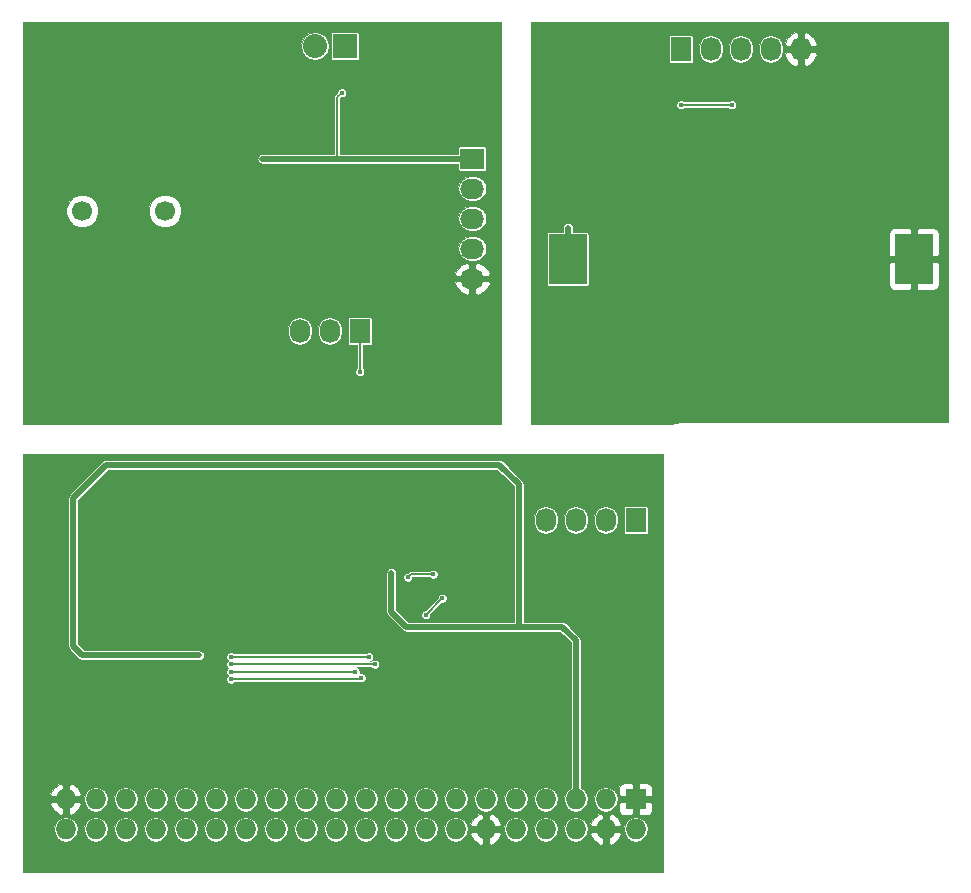
<source format=gbl>
G04 #@! TF.FileFunction,Copper,L2,Bot,Signal*
%FSLAX46Y46*%
G04 Gerber Fmt 4.6, Leading zero omitted, Abs format (unit mm)*
G04 Created by KiCad (PCBNEW (2016-04-11 BZR 6687, Git f239aee)-product) date 7/7/2016 5:08:46 PM*
%MOMM*%
G01*
G04 APERTURE LIST*
%ADD10C,0.100000*%
%ADD11R,3.200000X4.200000*%
%ADD12R,2.032000X2.032000*%
%ADD13O,2.032000X2.032000*%
%ADD14R,1.727200X1.727200*%
%ADD15O,1.727200X1.727200*%
%ADD16C,1.700000*%
%ADD17R,1.727200X2.032000*%
%ADD18O,1.727200X2.032000*%
%ADD19R,2.032000X1.727200*%
%ADD20O,2.032000X1.727200*%
%ADD21C,0.452400*%
%ADD22C,0.203200*%
%ADD23C,0.508000*%
%ADD24C,0.152400*%
%ADD25C,0.025400*%
G04 APERTURE END LIST*
D10*
D11*
X87802000Y-32512000D03*
X58502000Y-32512000D03*
D12*
X39624000Y-14478000D03*
D13*
X37084000Y-14478000D03*
D14*
X64262000Y-78232000D03*
D15*
X64262000Y-80772000D03*
X61722000Y-78232000D03*
X61722000Y-80772000D03*
X59182000Y-78232000D03*
X59182000Y-80772000D03*
X56642000Y-78232000D03*
X56642000Y-80772000D03*
X54102000Y-78232000D03*
X54102000Y-80772000D03*
X51562000Y-78232000D03*
X51562000Y-80772000D03*
X49022000Y-78232000D03*
X49022000Y-80772000D03*
X46482000Y-78232000D03*
X46482000Y-80772000D03*
X43942000Y-78232000D03*
X43942000Y-80772000D03*
X41402000Y-78232000D03*
X41402000Y-80772000D03*
X38862000Y-78232000D03*
X38862000Y-80772000D03*
X36322000Y-78232000D03*
X36322000Y-80772000D03*
X33782000Y-78232000D03*
X33782000Y-80772000D03*
X31242000Y-78232000D03*
X31242000Y-80772000D03*
X28702000Y-78232000D03*
X28702000Y-80772000D03*
X26162000Y-78232000D03*
X26162000Y-80772000D03*
X23622000Y-78232000D03*
X23622000Y-80772000D03*
X21082000Y-78232000D03*
X21082000Y-80772000D03*
X18542000Y-78232000D03*
X18542000Y-80772000D03*
X16002000Y-78232000D03*
X16002000Y-80772000D03*
D16*
X24399000Y-28448000D03*
X17399000Y-28448000D03*
D17*
X68072000Y-14732000D03*
D18*
X70612000Y-14732000D03*
X73152000Y-14732000D03*
X75692000Y-14732000D03*
X78232000Y-14732000D03*
D17*
X40894000Y-38608000D03*
D18*
X38354000Y-38608000D03*
X35814000Y-38608000D03*
D17*
X64262000Y-54610000D03*
D18*
X61722000Y-54610000D03*
X59182000Y-54610000D03*
X56642000Y-54610000D03*
D19*
X50419000Y-24003000D03*
D20*
X50419000Y-26543000D03*
X50419000Y-29083000D03*
X50419000Y-31623000D03*
X50419000Y-34163000D03*
D21*
X64135000Y-22860000D03*
X65405000Y-36957000D03*
X60452000Y-26162000D03*
X59182000Y-16002000D03*
X59182000Y-41402000D03*
X87122000Y-41402000D03*
X87122000Y-16002000D03*
X87757000Y-29718000D03*
X72771000Y-29591000D03*
X58547000Y-29845000D03*
X64262000Y-64262000D03*
X64262000Y-70612000D03*
X57912000Y-50292000D03*
X57912000Y-59182000D03*
X62992000Y-59182000D03*
X14732000Y-70612000D03*
X14732000Y-61722000D03*
X14732000Y-51562000D03*
X48260000Y-56896000D03*
X47625000Y-56896000D03*
X46990000Y-56896000D03*
X51943000Y-55245000D03*
X28575000Y-62865000D03*
X19685000Y-55372000D03*
X18288000Y-61468000D03*
X49022000Y-16002000D03*
X45212000Y-21082000D03*
X29972000Y-21082000D03*
X26162000Y-16002000D03*
X19812000Y-16002000D03*
X14732000Y-19812000D03*
X14732000Y-40132000D03*
X18542000Y-43942000D03*
X27432000Y-43942000D03*
X35052000Y-43942000D03*
X50292000Y-42672000D03*
X31623000Y-17780000D03*
X26797000Y-23876000D03*
X36195000Y-32385000D03*
X37338000Y-18415000D03*
X31877000Y-34925000D03*
X31877000Y-32766000D03*
X39370000Y-18415000D03*
X32639000Y-24003000D03*
X43561000Y-59055000D03*
X27305000Y-66040000D03*
X25146000Y-66040000D03*
X22987000Y-66040000D03*
X20828000Y-66040000D03*
X18669000Y-66040000D03*
X47117000Y-59182000D03*
X44958000Y-59436000D03*
X47879000Y-61214000D03*
X46482000Y-62611000D03*
X41021000Y-67945000D03*
X29972000Y-68072000D03*
X29972000Y-66802000D03*
X42164000Y-66802000D03*
X29972000Y-67437000D03*
X40513000Y-67437000D03*
X29972000Y-66167000D03*
X41656000Y-66167000D03*
X72390000Y-19431000D03*
X68072000Y-19431000D03*
X40894000Y-42037000D03*
D22*
X78232000Y-14732000D02*
X85852000Y-14732000D01*
X87122000Y-41402000D02*
X59182000Y-41402000D01*
X85852000Y-14732000D02*
X87122000Y-16002000D01*
D23*
X87802000Y-32512000D02*
X87802000Y-29763000D01*
X87802000Y-29763000D02*
X87757000Y-29718000D01*
X58502000Y-29890000D02*
X58547000Y-29845000D01*
X58502000Y-32512000D02*
X58502000Y-29890000D01*
D22*
X64262000Y-64262000D02*
X64262000Y-60452000D01*
X64262000Y-78232000D02*
X64262000Y-70612000D01*
X57912000Y-59182000D02*
X57912000Y-50292000D01*
X64262000Y-60452000D02*
X62992000Y-59182000D01*
X14732000Y-51562000D02*
X14732000Y-61722000D01*
X16002000Y-71882000D02*
X14732000Y-70612000D01*
X16002000Y-71882000D02*
X16002000Y-78232000D01*
D24*
X41402000Y-17272000D02*
X45212000Y-21082000D01*
X33782000Y-17272000D02*
X41402000Y-17272000D01*
X29972000Y-21082000D02*
X33782000Y-17272000D01*
X19812000Y-16002000D02*
X26162000Y-16002000D01*
X14732000Y-40132000D02*
X14732000Y-19812000D01*
X27432000Y-43942000D02*
X18542000Y-43942000D01*
X49022000Y-43942000D02*
X35052000Y-43942000D01*
X50292000Y-42672000D02*
X49022000Y-43942000D01*
D22*
X38989000Y-24003000D02*
X38989000Y-18796000D01*
X38989000Y-18796000D02*
X39370000Y-18415000D01*
D23*
X32639000Y-24003000D02*
X38989000Y-24003000D01*
X38989000Y-24003000D02*
X50292000Y-24003000D01*
X44831000Y-63627000D02*
X43561000Y-62357000D01*
X43561000Y-59055000D02*
X43561000Y-62357000D01*
X44831000Y-63627000D02*
X54356000Y-63627000D01*
X25146000Y-66040000D02*
X27305000Y-66040000D01*
X22987000Y-66040000D02*
X25146000Y-66040000D01*
X20828000Y-66040000D02*
X22987000Y-66040000D01*
X54356000Y-63627000D02*
X54356000Y-51562000D01*
X17399000Y-66040000D02*
X18669000Y-66040000D01*
X16637000Y-65278000D02*
X17399000Y-66040000D01*
X16637000Y-52705000D02*
X16637000Y-65278000D01*
X19431000Y-49911000D02*
X16637000Y-52705000D01*
X52705000Y-49911000D02*
X19431000Y-49911000D01*
X54356000Y-51562000D02*
X52705000Y-49911000D01*
X18669000Y-66040000D02*
X20828000Y-66040000D01*
X59182000Y-78232000D02*
X59182000Y-64770000D01*
X58039000Y-63627000D02*
X54356000Y-63627000D01*
X59182000Y-64770000D02*
X58039000Y-63627000D01*
D24*
X45212000Y-59182000D02*
X47117000Y-59182000D01*
X44958000Y-59436000D02*
X45212000Y-59182000D01*
D22*
X46482000Y-62611000D02*
X47879000Y-61214000D01*
D24*
X41021000Y-67945000D02*
X40894000Y-68072000D01*
D22*
X40894000Y-68072000D02*
X29972000Y-68072000D01*
X42164000Y-66802000D02*
X29972000Y-66802000D01*
X40513000Y-67437000D02*
X29972000Y-67437000D01*
X41656000Y-66167000D02*
X29972000Y-66167000D01*
X68072000Y-19431000D02*
X72390000Y-19431000D01*
X40894000Y-38608000D02*
X40894000Y-42037000D01*
D25*
G36*
X90716900Y-46266900D02*
X68072000Y-46266900D01*
X68051221Y-46271033D01*
X67544028Y-46367706D01*
X67466825Y-46399685D01*
X67466489Y-46399824D01*
X67362511Y-46469300D01*
X55384700Y-46469300D01*
X55384700Y-30412000D01*
X56733666Y-30412000D01*
X56733666Y-34612000D01*
X56746480Y-34676419D01*
X56782970Y-34731030D01*
X56837581Y-34767520D01*
X56902000Y-34780334D01*
X60102000Y-34780334D01*
X60166419Y-34767520D01*
X60221030Y-34731030D01*
X60257520Y-34676419D01*
X60270334Y-34612000D01*
X60270334Y-32883475D01*
X85681300Y-32883475D01*
X85681300Y-34715573D01*
X85760572Y-34906953D01*
X85907047Y-35053428D01*
X86098426Y-35132700D01*
X87430525Y-35132700D01*
X87560700Y-35002525D01*
X87560700Y-32753300D01*
X88043300Y-32753300D01*
X88043300Y-35002525D01*
X88173475Y-35132700D01*
X89505574Y-35132700D01*
X89696953Y-35053428D01*
X89843428Y-34906953D01*
X89922700Y-34715573D01*
X89922700Y-32883475D01*
X89792525Y-32753300D01*
X88043300Y-32753300D01*
X87560700Y-32753300D01*
X85811475Y-32753300D01*
X85681300Y-32883475D01*
X60270334Y-32883475D01*
X60270334Y-30412000D01*
X60257520Y-30347581D01*
X60231359Y-30308427D01*
X85681300Y-30308427D01*
X85681300Y-32140525D01*
X85811475Y-32270700D01*
X87560700Y-32270700D01*
X87560700Y-30021475D01*
X88043300Y-30021475D01*
X88043300Y-32270700D01*
X89792525Y-32270700D01*
X89922700Y-32140525D01*
X89922700Y-30308427D01*
X89843428Y-30117047D01*
X89696953Y-29970572D01*
X89505574Y-29891300D01*
X88173475Y-29891300D01*
X88043300Y-30021475D01*
X87560700Y-30021475D01*
X87430525Y-29891300D01*
X86098426Y-29891300D01*
X85907047Y-29970572D01*
X85760572Y-30117047D01*
X85681300Y-30308427D01*
X60231359Y-30308427D01*
X60221030Y-30292970D01*
X60166419Y-30256480D01*
X60102000Y-30243666D01*
X58921100Y-30243666D01*
X58921100Y-30024986D01*
X58934199Y-30005382D01*
X58966100Y-29845000D01*
X58934199Y-29684617D01*
X58843349Y-29548651D01*
X58707383Y-29457801D01*
X58547000Y-29425900D01*
X58386618Y-29457801D01*
X58250652Y-29548651D01*
X58205652Y-29593652D01*
X58114802Y-29729617D01*
X58082900Y-29890000D01*
X58082900Y-30243666D01*
X56902000Y-30243666D01*
X56837581Y-30256480D01*
X56782970Y-30292970D01*
X56746480Y-30347581D01*
X56733666Y-30412000D01*
X55384700Y-30412000D01*
X55384700Y-19508493D01*
X67680632Y-19508493D01*
X67740079Y-19652364D01*
X67850057Y-19762535D01*
X67993824Y-19822232D01*
X68149493Y-19822368D01*
X68293364Y-19762921D01*
X68358699Y-19697700D01*
X72103336Y-19697700D01*
X72168057Y-19762535D01*
X72311824Y-19822232D01*
X72467493Y-19822368D01*
X72611364Y-19762921D01*
X72721535Y-19652943D01*
X72781232Y-19509176D01*
X72781368Y-19353507D01*
X72721921Y-19209636D01*
X72611943Y-19099465D01*
X72468176Y-19039768D01*
X72312507Y-19039632D01*
X72168636Y-19099079D01*
X72103301Y-19164300D01*
X68358664Y-19164300D01*
X68293943Y-19099465D01*
X68150176Y-19039768D01*
X67994507Y-19039632D01*
X67850636Y-19099079D01*
X67740465Y-19209057D01*
X67680768Y-19352824D01*
X67680632Y-19508493D01*
X55384700Y-19508493D01*
X55384700Y-13716000D01*
X67040066Y-13716000D01*
X67040066Y-15748000D01*
X67052880Y-15812419D01*
X67089370Y-15867030D01*
X67143981Y-15903520D01*
X67208400Y-15916334D01*
X68935600Y-15916334D01*
X69000019Y-15903520D01*
X69054630Y-15867030D01*
X69091120Y-15812419D01*
X69103934Y-15748000D01*
X69103934Y-14556461D01*
X69583300Y-14556461D01*
X69583300Y-14907539D01*
X69661605Y-15301205D01*
X69884599Y-15634940D01*
X70218334Y-15857934D01*
X70612000Y-15936239D01*
X71005666Y-15857934D01*
X71339401Y-15634940D01*
X71562395Y-15301205D01*
X71640700Y-14907539D01*
X71640700Y-14556461D01*
X72123300Y-14556461D01*
X72123300Y-14907539D01*
X72201605Y-15301205D01*
X72424599Y-15634940D01*
X72758334Y-15857934D01*
X73152000Y-15936239D01*
X73545666Y-15857934D01*
X73879401Y-15634940D01*
X74102395Y-15301205D01*
X74180700Y-14907539D01*
X74180700Y-14556461D01*
X74663300Y-14556461D01*
X74663300Y-14907539D01*
X74741605Y-15301205D01*
X74964599Y-15634940D01*
X75298334Y-15857934D01*
X75692000Y-15936239D01*
X76085666Y-15857934D01*
X76419401Y-15634940D01*
X76642395Y-15301205D01*
X76665003Y-15187543D01*
X76886317Y-15187543D01*
X77104759Y-15679438D01*
X77494813Y-16050296D01*
X77780434Y-16192977D01*
X77990700Y-16115092D01*
X77990700Y-14973300D01*
X78473300Y-14973300D01*
X78473300Y-16115092D01*
X78683566Y-16192977D01*
X78969187Y-16050296D01*
X79359241Y-15679438D01*
X79577683Y-15187543D01*
X79478362Y-14973300D01*
X78473300Y-14973300D01*
X77990700Y-14973300D01*
X76985638Y-14973300D01*
X76886317Y-15187543D01*
X76665003Y-15187543D01*
X76720700Y-14907539D01*
X76720700Y-14556461D01*
X76665004Y-14276457D01*
X76886317Y-14276457D01*
X76985638Y-14490700D01*
X77990700Y-14490700D01*
X77990700Y-13348908D01*
X78473300Y-13348908D01*
X78473300Y-14490700D01*
X79478362Y-14490700D01*
X79577683Y-14276457D01*
X79359241Y-13784562D01*
X78969187Y-13413704D01*
X78683566Y-13271023D01*
X78473300Y-13348908D01*
X77990700Y-13348908D01*
X77780434Y-13271023D01*
X77494813Y-13413704D01*
X77104759Y-13784562D01*
X76886317Y-14276457D01*
X76665004Y-14276457D01*
X76642395Y-14162795D01*
X76419401Y-13829060D01*
X76085666Y-13606066D01*
X75692000Y-13527761D01*
X75298334Y-13606066D01*
X74964599Y-13829060D01*
X74741605Y-14162795D01*
X74663300Y-14556461D01*
X74180700Y-14556461D01*
X74102395Y-14162795D01*
X73879401Y-13829060D01*
X73545666Y-13606066D01*
X73152000Y-13527761D01*
X72758334Y-13606066D01*
X72424599Y-13829060D01*
X72201605Y-14162795D01*
X72123300Y-14556461D01*
X71640700Y-14556461D01*
X71562395Y-14162795D01*
X71339401Y-13829060D01*
X71005666Y-13606066D01*
X70612000Y-13527761D01*
X70218334Y-13606066D01*
X69884599Y-13829060D01*
X69661605Y-14162795D01*
X69583300Y-14556461D01*
X69103934Y-14556461D01*
X69103934Y-13716000D01*
X69091120Y-13651581D01*
X69054630Y-13596970D01*
X69000019Y-13560480D01*
X68935600Y-13547666D01*
X67208400Y-13547666D01*
X67143981Y-13560480D01*
X67089370Y-13596970D01*
X67052880Y-13651581D01*
X67040066Y-13716000D01*
X55384700Y-13716000D01*
X55384700Y-12407100D01*
X90716900Y-12407100D01*
X90716900Y-46266900D01*
X90716900Y-46266900D01*
G37*
X90716900Y-46266900D02*
X68072000Y-46266900D01*
X68051221Y-46271033D01*
X67544028Y-46367706D01*
X67466825Y-46399685D01*
X67466489Y-46399824D01*
X67362511Y-46469300D01*
X55384700Y-46469300D01*
X55384700Y-30412000D01*
X56733666Y-30412000D01*
X56733666Y-34612000D01*
X56746480Y-34676419D01*
X56782970Y-34731030D01*
X56837581Y-34767520D01*
X56902000Y-34780334D01*
X60102000Y-34780334D01*
X60166419Y-34767520D01*
X60221030Y-34731030D01*
X60257520Y-34676419D01*
X60270334Y-34612000D01*
X60270334Y-32883475D01*
X85681300Y-32883475D01*
X85681300Y-34715573D01*
X85760572Y-34906953D01*
X85907047Y-35053428D01*
X86098426Y-35132700D01*
X87430525Y-35132700D01*
X87560700Y-35002525D01*
X87560700Y-32753300D01*
X88043300Y-32753300D01*
X88043300Y-35002525D01*
X88173475Y-35132700D01*
X89505574Y-35132700D01*
X89696953Y-35053428D01*
X89843428Y-34906953D01*
X89922700Y-34715573D01*
X89922700Y-32883475D01*
X89792525Y-32753300D01*
X88043300Y-32753300D01*
X87560700Y-32753300D01*
X85811475Y-32753300D01*
X85681300Y-32883475D01*
X60270334Y-32883475D01*
X60270334Y-30412000D01*
X60257520Y-30347581D01*
X60231359Y-30308427D01*
X85681300Y-30308427D01*
X85681300Y-32140525D01*
X85811475Y-32270700D01*
X87560700Y-32270700D01*
X87560700Y-30021475D01*
X88043300Y-30021475D01*
X88043300Y-32270700D01*
X89792525Y-32270700D01*
X89922700Y-32140525D01*
X89922700Y-30308427D01*
X89843428Y-30117047D01*
X89696953Y-29970572D01*
X89505574Y-29891300D01*
X88173475Y-29891300D01*
X88043300Y-30021475D01*
X87560700Y-30021475D01*
X87430525Y-29891300D01*
X86098426Y-29891300D01*
X85907047Y-29970572D01*
X85760572Y-30117047D01*
X85681300Y-30308427D01*
X60231359Y-30308427D01*
X60221030Y-30292970D01*
X60166419Y-30256480D01*
X60102000Y-30243666D01*
X58921100Y-30243666D01*
X58921100Y-30024986D01*
X58934199Y-30005382D01*
X58966100Y-29845000D01*
X58934199Y-29684617D01*
X58843349Y-29548651D01*
X58707383Y-29457801D01*
X58547000Y-29425900D01*
X58386618Y-29457801D01*
X58250652Y-29548651D01*
X58205652Y-29593652D01*
X58114802Y-29729617D01*
X58082900Y-29890000D01*
X58082900Y-30243666D01*
X56902000Y-30243666D01*
X56837581Y-30256480D01*
X56782970Y-30292970D01*
X56746480Y-30347581D01*
X56733666Y-30412000D01*
X55384700Y-30412000D01*
X55384700Y-19508493D01*
X67680632Y-19508493D01*
X67740079Y-19652364D01*
X67850057Y-19762535D01*
X67993824Y-19822232D01*
X68149493Y-19822368D01*
X68293364Y-19762921D01*
X68358699Y-19697700D01*
X72103336Y-19697700D01*
X72168057Y-19762535D01*
X72311824Y-19822232D01*
X72467493Y-19822368D01*
X72611364Y-19762921D01*
X72721535Y-19652943D01*
X72781232Y-19509176D01*
X72781368Y-19353507D01*
X72721921Y-19209636D01*
X72611943Y-19099465D01*
X72468176Y-19039768D01*
X72312507Y-19039632D01*
X72168636Y-19099079D01*
X72103301Y-19164300D01*
X68358664Y-19164300D01*
X68293943Y-19099465D01*
X68150176Y-19039768D01*
X67994507Y-19039632D01*
X67850636Y-19099079D01*
X67740465Y-19209057D01*
X67680768Y-19352824D01*
X67680632Y-19508493D01*
X55384700Y-19508493D01*
X55384700Y-13716000D01*
X67040066Y-13716000D01*
X67040066Y-15748000D01*
X67052880Y-15812419D01*
X67089370Y-15867030D01*
X67143981Y-15903520D01*
X67208400Y-15916334D01*
X68935600Y-15916334D01*
X69000019Y-15903520D01*
X69054630Y-15867030D01*
X69091120Y-15812419D01*
X69103934Y-15748000D01*
X69103934Y-14556461D01*
X69583300Y-14556461D01*
X69583300Y-14907539D01*
X69661605Y-15301205D01*
X69884599Y-15634940D01*
X70218334Y-15857934D01*
X70612000Y-15936239D01*
X71005666Y-15857934D01*
X71339401Y-15634940D01*
X71562395Y-15301205D01*
X71640700Y-14907539D01*
X71640700Y-14556461D01*
X72123300Y-14556461D01*
X72123300Y-14907539D01*
X72201605Y-15301205D01*
X72424599Y-15634940D01*
X72758334Y-15857934D01*
X73152000Y-15936239D01*
X73545666Y-15857934D01*
X73879401Y-15634940D01*
X74102395Y-15301205D01*
X74180700Y-14907539D01*
X74180700Y-14556461D01*
X74663300Y-14556461D01*
X74663300Y-14907539D01*
X74741605Y-15301205D01*
X74964599Y-15634940D01*
X75298334Y-15857934D01*
X75692000Y-15936239D01*
X76085666Y-15857934D01*
X76419401Y-15634940D01*
X76642395Y-15301205D01*
X76665003Y-15187543D01*
X76886317Y-15187543D01*
X77104759Y-15679438D01*
X77494813Y-16050296D01*
X77780434Y-16192977D01*
X77990700Y-16115092D01*
X77990700Y-14973300D01*
X78473300Y-14973300D01*
X78473300Y-16115092D01*
X78683566Y-16192977D01*
X78969187Y-16050296D01*
X79359241Y-15679438D01*
X79577683Y-15187543D01*
X79478362Y-14973300D01*
X78473300Y-14973300D01*
X77990700Y-14973300D01*
X76985638Y-14973300D01*
X76886317Y-15187543D01*
X76665003Y-15187543D01*
X76720700Y-14907539D01*
X76720700Y-14556461D01*
X76665004Y-14276457D01*
X76886317Y-14276457D01*
X76985638Y-14490700D01*
X77990700Y-14490700D01*
X77990700Y-13348908D01*
X78473300Y-13348908D01*
X78473300Y-14490700D01*
X79478362Y-14490700D01*
X79577683Y-14276457D01*
X79359241Y-13784562D01*
X78969187Y-13413704D01*
X78683566Y-13271023D01*
X78473300Y-13348908D01*
X77990700Y-13348908D01*
X77780434Y-13271023D01*
X77494813Y-13413704D01*
X77104759Y-13784562D01*
X76886317Y-14276457D01*
X76665004Y-14276457D01*
X76642395Y-14162795D01*
X76419401Y-13829060D01*
X76085666Y-13606066D01*
X75692000Y-13527761D01*
X75298334Y-13606066D01*
X74964599Y-13829060D01*
X74741605Y-14162795D01*
X74663300Y-14556461D01*
X74180700Y-14556461D01*
X74102395Y-14162795D01*
X73879401Y-13829060D01*
X73545666Y-13606066D01*
X73152000Y-13527761D01*
X72758334Y-13606066D01*
X72424599Y-13829060D01*
X72201605Y-14162795D01*
X72123300Y-14556461D01*
X71640700Y-14556461D01*
X71562395Y-14162795D01*
X71339401Y-13829060D01*
X71005666Y-13606066D01*
X70612000Y-13527761D01*
X70218334Y-13606066D01*
X69884599Y-13829060D01*
X69661605Y-14162795D01*
X69583300Y-14556461D01*
X69103934Y-14556461D01*
X69103934Y-13716000D01*
X69091120Y-13651581D01*
X69054630Y-13596970D01*
X69000019Y-13560480D01*
X68935600Y-13547666D01*
X67208400Y-13547666D01*
X67143981Y-13560480D01*
X67089370Y-13596970D01*
X67052880Y-13651581D01*
X67040066Y-13716000D01*
X55384700Y-13716000D01*
X55384700Y-12407100D01*
X90716900Y-12407100D01*
X90716900Y-46266900D01*
G36*
X52819300Y-46469300D02*
X12407100Y-46469300D01*
X12407100Y-38432461D01*
X34785300Y-38432461D01*
X34785300Y-38783539D01*
X34863605Y-39177205D01*
X35086599Y-39510940D01*
X35420334Y-39733934D01*
X35814000Y-39812239D01*
X36207666Y-39733934D01*
X36541401Y-39510940D01*
X36764395Y-39177205D01*
X36842700Y-38783539D01*
X36842700Y-38432461D01*
X37325300Y-38432461D01*
X37325300Y-38783539D01*
X37403605Y-39177205D01*
X37626599Y-39510940D01*
X37960334Y-39733934D01*
X38354000Y-39812239D01*
X38747666Y-39733934D01*
X39081401Y-39510940D01*
X39304395Y-39177205D01*
X39382700Y-38783539D01*
X39382700Y-38432461D01*
X39304395Y-38038795D01*
X39081401Y-37705060D01*
X38912195Y-37592000D01*
X39862066Y-37592000D01*
X39862066Y-39624000D01*
X39874880Y-39688419D01*
X39911370Y-39743030D01*
X39965981Y-39779520D01*
X40030400Y-39792334D01*
X40627300Y-39792334D01*
X40627300Y-41750336D01*
X40562465Y-41815057D01*
X40502768Y-41958824D01*
X40502632Y-42114493D01*
X40562079Y-42258364D01*
X40672057Y-42368535D01*
X40815824Y-42428232D01*
X40971493Y-42428368D01*
X41115364Y-42368921D01*
X41225535Y-42258943D01*
X41285232Y-42115176D01*
X41285368Y-41959507D01*
X41225921Y-41815636D01*
X41160700Y-41750301D01*
X41160700Y-39792334D01*
X41757600Y-39792334D01*
X41822019Y-39779520D01*
X41876630Y-39743030D01*
X41913120Y-39688419D01*
X41925934Y-39624000D01*
X41925934Y-37592000D01*
X41913120Y-37527581D01*
X41876630Y-37472970D01*
X41822019Y-37436480D01*
X41757600Y-37423666D01*
X40030400Y-37423666D01*
X39965981Y-37436480D01*
X39911370Y-37472970D01*
X39874880Y-37527581D01*
X39862066Y-37592000D01*
X38912195Y-37592000D01*
X38747666Y-37482066D01*
X38354000Y-37403761D01*
X37960334Y-37482066D01*
X37626599Y-37705060D01*
X37403605Y-38038795D01*
X37325300Y-38432461D01*
X36842700Y-38432461D01*
X36764395Y-38038795D01*
X36541401Y-37705060D01*
X36207666Y-37482066D01*
X35814000Y-37403761D01*
X35420334Y-37482066D01*
X35086599Y-37705060D01*
X34863605Y-38038795D01*
X34785300Y-38432461D01*
X12407100Y-38432461D01*
X12407100Y-34614566D01*
X48958023Y-34614566D01*
X49100704Y-34900187D01*
X49471562Y-35290241D01*
X49963457Y-35508683D01*
X50177700Y-35409362D01*
X50177700Y-34404300D01*
X50660300Y-34404300D01*
X50660300Y-35409362D01*
X50874543Y-35508683D01*
X51366438Y-35290241D01*
X51737296Y-34900187D01*
X51879977Y-34614566D01*
X51802092Y-34404300D01*
X50660300Y-34404300D01*
X50177700Y-34404300D01*
X49035908Y-34404300D01*
X48958023Y-34614566D01*
X12407100Y-34614566D01*
X12407100Y-33711434D01*
X48958023Y-33711434D01*
X49035908Y-33921700D01*
X50177700Y-33921700D01*
X50177700Y-32916638D01*
X50660300Y-32916638D01*
X50660300Y-33921700D01*
X51802092Y-33921700D01*
X51879977Y-33711434D01*
X51737296Y-33425813D01*
X51366438Y-33035759D01*
X50874543Y-32817317D01*
X50660300Y-32916638D01*
X50177700Y-32916638D01*
X49963457Y-32817317D01*
X49471562Y-33035759D01*
X49100704Y-33425813D01*
X48958023Y-33711434D01*
X12407100Y-33711434D01*
X12407100Y-31623000D01*
X49214761Y-31623000D01*
X49293066Y-32016666D01*
X49516060Y-32350401D01*
X49849795Y-32573395D01*
X50243461Y-32651700D01*
X50594539Y-32651700D01*
X50988205Y-32573395D01*
X51321940Y-32350401D01*
X51544934Y-32016666D01*
X51623239Y-31623000D01*
X51544934Y-31229334D01*
X51321940Y-30895599D01*
X50988205Y-30672605D01*
X50594539Y-30594300D01*
X50243461Y-30594300D01*
X49849795Y-30672605D01*
X49516060Y-30895599D01*
X49293066Y-31229334D01*
X49214761Y-31623000D01*
X12407100Y-31623000D01*
X12407100Y-28717869D01*
X16036064Y-28717869D01*
X16243085Y-29218899D01*
X16626085Y-29602567D01*
X17126753Y-29810463D01*
X17668869Y-29810936D01*
X18169899Y-29603915D01*
X18553567Y-29220915D01*
X18761463Y-28720247D01*
X18761465Y-28717869D01*
X23036064Y-28717869D01*
X23243085Y-29218899D01*
X23626085Y-29602567D01*
X24126753Y-29810463D01*
X24668869Y-29810936D01*
X25169899Y-29603915D01*
X25553567Y-29220915D01*
X25610834Y-29083000D01*
X49214761Y-29083000D01*
X49293066Y-29476666D01*
X49516060Y-29810401D01*
X49849795Y-30033395D01*
X50243461Y-30111700D01*
X50594539Y-30111700D01*
X50988205Y-30033395D01*
X51321940Y-29810401D01*
X51544934Y-29476666D01*
X51623239Y-29083000D01*
X51544934Y-28689334D01*
X51321940Y-28355599D01*
X50988205Y-28132605D01*
X50594539Y-28054300D01*
X50243461Y-28054300D01*
X49849795Y-28132605D01*
X49516060Y-28355599D01*
X49293066Y-28689334D01*
X49214761Y-29083000D01*
X25610834Y-29083000D01*
X25761463Y-28720247D01*
X25761936Y-28178131D01*
X25554915Y-27677101D01*
X25171915Y-27293433D01*
X24671247Y-27085537D01*
X24129131Y-27085064D01*
X23628101Y-27292085D01*
X23244433Y-27675085D01*
X23036537Y-28175753D01*
X23036064Y-28717869D01*
X18761465Y-28717869D01*
X18761936Y-28178131D01*
X18554915Y-27677101D01*
X18171915Y-27293433D01*
X17671247Y-27085537D01*
X17129131Y-27085064D01*
X16628101Y-27292085D01*
X16244433Y-27675085D01*
X16036537Y-28175753D01*
X16036064Y-28717869D01*
X12407100Y-28717869D01*
X12407100Y-26543000D01*
X49214761Y-26543000D01*
X49293066Y-26936666D01*
X49516060Y-27270401D01*
X49849795Y-27493395D01*
X50243461Y-27571700D01*
X50594539Y-27571700D01*
X50988205Y-27493395D01*
X51321940Y-27270401D01*
X51544934Y-26936666D01*
X51623239Y-26543000D01*
X51544934Y-26149334D01*
X51321940Y-25815599D01*
X50988205Y-25592605D01*
X50594539Y-25514300D01*
X50243461Y-25514300D01*
X49849795Y-25592605D01*
X49516060Y-25815599D01*
X49293066Y-26149334D01*
X49214761Y-26543000D01*
X12407100Y-26543000D01*
X12407100Y-24003000D01*
X32219900Y-24003000D01*
X32251802Y-24163383D01*
X32342652Y-24299348D01*
X32478617Y-24390198D01*
X32639000Y-24422100D01*
X49234666Y-24422100D01*
X49234666Y-24866600D01*
X49247480Y-24931019D01*
X49283970Y-24985630D01*
X49338581Y-25022120D01*
X49403000Y-25034934D01*
X51435000Y-25034934D01*
X51499419Y-25022120D01*
X51554030Y-24985630D01*
X51590520Y-24931019D01*
X51603334Y-24866600D01*
X51603334Y-23139400D01*
X51590520Y-23074981D01*
X51554030Y-23020370D01*
X51499419Y-22983880D01*
X51435000Y-22971066D01*
X49403000Y-22971066D01*
X49338581Y-22983880D01*
X49283970Y-23020370D01*
X49247480Y-23074981D01*
X49234666Y-23139400D01*
X49234666Y-23583900D01*
X39255700Y-23583900D01*
X39255700Y-18906470D01*
X39355883Y-18806288D01*
X39447493Y-18806368D01*
X39591364Y-18746921D01*
X39701535Y-18636943D01*
X39761232Y-18493176D01*
X39761368Y-18337507D01*
X39701921Y-18193636D01*
X39591943Y-18083465D01*
X39448176Y-18023768D01*
X39292507Y-18023632D01*
X39148636Y-18083079D01*
X39038465Y-18193057D01*
X38978768Y-18336824D01*
X38978687Y-18429142D01*
X38800415Y-18607415D01*
X38742601Y-18693938D01*
X38722300Y-18796000D01*
X38722300Y-23583900D01*
X32639000Y-23583900D01*
X32478617Y-23615802D01*
X32342652Y-23706652D01*
X32251802Y-23842617D01*
X32219900Y-24003000D01*
X12407100Y-24003000D01*
X12407100Y-14454861D01*
X35902900Y-14454861D01*
X35902900Y-14501139D01*
X35992806Y-14953126D01*
X36248836Y-15336303D01*
X36632013Y-15592333D01*
X37084000Y-15682239D01*
X37535987Y-15592333D01*
X37919164Y-15336303D01*
X38175194Y-14953126D01*
X38265100Y-14501139D01*
X38265100Y-14454861D01*
X38175194Y-14002874D01*
X37919164Y-13619697D01*
X37683154Y-13462000D01*
X38439666Y-13462000D01*
X38439666Y-15494000D01*
X38452480Y-15558419D01*
X38488970Y-15613030D01*
X38543581Y-15649520D01*
X38608000Y-15662334D01*
X40640000Y-15662334D01*
X40704419Y-15649520D01*
X40759030Y-15613030D01*
X40795520Y-15558419D01*
X40808334Y-15494000D01*
X40808334Y-13462000D01*
X40795520Y-13397581D01*
X40759030Y-13342970D01*
X40704419Y-13306480D01*
X40640000Y-13293666D01*
X38608000Y-13293666D01*
X38543581Y-13306480D01*
X38488970Y-13342970D01*
X38452480Y-13397581D01*
X38439666Y-13462000D01*
X37683154Y-13462000D01*
X37535987Y-13363667D01*
X37084000Y-13273761D01*
X36632013Y-13363667D01*
X36248836Y-13619697D01*
X35992806Y-14002874D01*
X35902900Y-14454861D01*
X12407100Y-14454861D01*
X12407100Y-12407100D01*
X52819300Y-12407100D01*
X52819300Y-46469300D01*
X52819300Y-46469300D01*
G37*
X52819300Y-46469300D02*
X12407100Y-46469300D01*
X12407100Y-38432461D01*
X34785300Y-38432461D01*
X34785300Y-38783539D01*
X34863605Y-39177205D01*
X35086599Y-39510940D01*
X35420334Y-39733934D01*
X35814000Y-39812239D01*
X36207666Y-39733934D01*
X36541401Y-39510940D01*
X36764395Y-39177205D01*
X36842700Y-38783539D01*
X36842700Y-38432461D01*
X37325300Y-38432461D01*
X37325300Y-38783539D01*
X37403605Y-39177205D01*
X37626599Y-39510940D01*
X37960334Y-39733934D01*
X38354000Y-39812239D01*
X38747666Y-39733934D01*
X39081401Y-39510940D01*
X39304395Y-39177205D01*
X39382700Y-38783539D01*
X39382700Y-38432461D01*
X39304395Y-38038795D01*
X39081401Y-37705060D01*
X38912195Y-37592000D01*
X39862066Y-37592000D01*
X39862066Y-39624000D01*
X39874880Y-39688419D01*
X39911370Y-39743030D01*
X39965981Y-39779520D01*
X40030400Y-39792334D01*
X40627300Y-39792334D01*
X40627300Y-41750336D01*
X40562465Y-41815057D01*
X40502768Y-41958824D01*
X40502632Y-42114493D01*
X40562079Y-42258364D01*
X40672057Y-42368535D01*
X40815824Y-42428232D01*
X40971493Y-42428368D01*
X41115364Y-42368921D01*
X41225535Y-42258943D01*
X41285232Y-42115176D01*
X41285368Y-41959507D01*
X41225921Y-41815636D01*
X41160700Y-41750301D01*
X41160700Y-39792334D01*
X41757600Y-39792334D01*
X41822019Y-39779520D01*
X41876630Y-39743030D01*
X41913120Y-39688419D01*
X41925934Y-39624000D01*
X41925934Y-37592000D01*
X41913120Y-37527581D01*
X41876630Y-37472970D01*
X41822019Y-37436480D01*
X41757600Y-37423666D01*
X40030400Y-37423666D01*
X39965981Y-37436480D01*
X39911370Y-37472970D01*
X39874880Y-37527581D01*
X39862066Y-37592000D01*
X38912195Y-37592000D01*
X38747666Y-37482066D01*
X38354000Y-37403761D01*
X37960334Y-37482066D01*
X37626599Y-37705060D01*
X37403605Y-38038795D01*
X37325300Y-38432461D01*
X36842700Y-38432461D01*
X36764395Y-38038795D01*
X36541401Y-37705060D01*
X36207666Y-37482066D01*
X35814000Y-37403761D01*
X35420334Y-37482066D01*
X35086599Y-37705060D01*
X34863605Y-38038795D01*
X34785300Y-38432461D01*
X12407100Y-38432461D01*
X12407100Y-34614566D01*
X48958023Y-34614566D01*
X49100704Y-34900187D01*
X49471562Y-35290241D01*
X49963457Y-35508683D01*
X50177700Y-35409362D01*
X50177700Y-34404300D01*
X50660300Y-34404300D01*
X50660300Y-35409362D01*
X50874543Y-35508683D01*
X51366438Y-35290241D01*
X51737296Y-34900187D01*
X51879977Y-34614566D01*
X51802092Y-34404300D01*
X50660300Y-34404300D01*
X50177700Y-34404300D01*
X49035908Y-34404300D01*
X48958023Y-34614566D01*
X12407100Y-34614566D01*
X12407100Y-33711434D01*
X48958023Y-33711434D01*
X49035908Y-33921700D01*
X50177700Y-33921700D01*
X50177700Y-32916638D01*
X50660300Y-32916638D01*
X50660300Y-33921700D01*
X51802092Y-33921700D01*
X51879977Y-33711434D01*
X51737296Y-33425813D01*
X51366438Y-33035759D01*
X50874543Y-32817317D01*
X50660300Y-32916638D01*
X50177700Y-32916638D01*
X49963457Y-32817317D01*
X49471562Y-33035759D01*
X49100704Y-33425813D01*
X48958023Y-33711434D01*
X12407100Y-33711434D01*
X12407100Y-31623000D01*
X49214761Y-31623000D01*
X49293066Y-32016666D01*
X49516060Y-32350401D01*
X49849795Y-32573395D01*
X50243461Y-32651700D01*
X50594539Y-32651700D01*
X50988205Y-32573395D01*
X51321940Y-32350401D01*
X51544934Y-32016666D01*
X51623239Y-31623000D01*
X51544934Y-31229334D01*
X51321940Y-30895599D01*
X50988205Y-30672605D01*
X50594539Y-30594300D01*
X50243461Y-30594300D01*
X49849795Y-30672605D01*
X49516060Y-30895599D01*
X49293066Y-31229334D01*
X49214761Y-31623000D01*
X12407100Y-31623000D01*
X12407100Y-28717869D01*
X16036064Y-28717869D01*
X16243085Y-29218899D01*
X16626085Y-29602567D01*
X17126753Y-29810463D01*
X17668869Y-29810936D01*
X18169899Y-29603915D01*
X18553567Y-29220915D01*
X18761463Y-28720247D01*
X18761465Y-28717869D01*
X23036064Y-28717869D01*
X23243085Y-29218899D01*
X23626085Y-29602567D01*
X24126753Y-29810463D01*
X24668869Y-29810936D01*
X25169899Y-29603915D01*
X25553567Y-29220915D01*
X25610834Y-29083000D01*
X49214761Y-29083000D01*
X49293066Y-29476666D01*
X49516060Y-29810401D01*
X49849795Y-30033395D01*
X50243461Y-30111700D01*
X50594539Y-30111700D01*
X50988205Y-30033395D01*
X51321940Y-29810401D01*
X51544934Y-29476666D01*
X51623239Y-29083000D01*
X51544934Y-28689334D01*
X51321940Y-28355599D01*
X50988205Y-28132605D01*
X50594539Y-28054300D01*
X50243461Y-28054300D01*
X49849795Y-28132605D01*
X49516060Y-28355599D01*
X49293066Y-28689334D01*
X49214761Y-29083000D01*
X25610834Y-29083000D01*
X25761463Y-28720247D01*
X25761936Y-28178131D01*
X25554915Y-27677101D01*
X25171915Y-27293433D01*
X24671247Y-27085537D01*
X24129131Y-27085064D01*
X23628101Y-27292085D01*
X23244433Y-27675085D01*
X23036537Y-28175753D01*
X23036064Y-28717869D01*
X18761465Y-28717869D01*
X18761936Y-28178131D01*
X18554915Y-27677101D01*
X18171915Y-27293433D01*
X17671247Y-27085537D01*
X17129131Y-27085064D01*
X16628101Y-27292085D01*
X16244433Y-27675085D01*
X16036537Y-28175753D01*
X16036064Y-28717869D01*
X12407100Y-28717869D01*
X12407100Y-26543000D01*
X49214761Y-26543000D01*
X49293066Y-26936666D01*
X49516060Y-27270401D01*
X49849795Y-27493395D01*
X50243461Y-27571700D01*
X50594539Y-27571700D01*
X50988205Y-27493395D01*
X51321940Y-27270401D01*
X51544934Y-26936666D01*
X51623239Y-26543000D01*
X51544934Y-26149334D01*
X51321940Y-25815599D01*
X50988205Y-25592605D01*
X50594539Y-25514300D01*
X50243461Y-25514300D01*
X49849795Y-25592605D01*
X49516060Y-25815599D01*
X49293066Y-26149334D01*
X49214761Y-26543000D01*
X12407100Y-26543000D01*
X12407100Y-24003000D01*
X32219900Y-24003000D01*
X32251802Y-24163383D01*
X32342652Y-24299348D01*
X32478617Y-24390198D01*
X32639000Y-24422100D01*
X49234666Y-24422100D01*
X49234666Y-24866600D01*
X49247480Y-24931019D01*
X49283970Y-24985630D01*
X49338581Y-25022120D01*
X49403000Y-25034934D01*
X51435000Y-25034934D01*
X51499419Y-25022120D01*
X51554030Y-24985630D01*
X51590520Y-24931019D01*
X51603334Y-24866600D01*
X51603334Y-23139400D01*
X51590520Y-23074981D01*
X51554030Y-23020370D01*
X51499419Y-22983880D01*
X51435000Y-22971066D01*
X49403000Y-22971066D01*
X49338581Y-22983880D01*
X49283970Y-23020370D01*
X49247480Y-23074981D01*
X49234666Y-23139400D01*
X49234666Y-23583900D01*
X39255700Y-23583900D01*
X39255700Y-18906470D01*
X39355883Y-18806288D01*
X39447493Y-18806368D01*
X39591364Y-18746921D01*
X39701535Y-18636943D01*
X39761232Y-18493176D01*
X39761368Y-18337507D01*
X39701921Y-18193636D01*
X39591943Y-18083465D01*
X39448176Y-18023768D01*
X39292507Y-18023632D01*
X39148636Y-18083079D01*
X39038465Y-18193057D01*
X38978768Y-18336824D01*
X38978687Y-18429142D01*
X38800415Y-18607415D01*
X38742601Y-18693938D01*
X38722300Y-18796000D01*
X38722300Y-23583900D01*
X32639000Y-23583900D01*
X32478617Y-23615802D01*
X32342652Y-23706652D01*
X32251802Y-23842617D01*
X32219900Y-24003000D01*
X12407100Y-24003000D01*
X12407100Y-14454861D01*
X35902900Y-14454861D01*
X35902900Y-14501139D01*
X35992806Y-14953126D01*
X36248836Y-15336303D01*
X36632013Y-15592333D01*
X37084000Y-15682239D01*
X37535987Y-15592333D01*
X37919164Y-15336303D01*
X38175194Y-14953126D01*
X38265100Y-14501139D01*
X38265100Y-14454861D01*
X38175194Y-14002874D01*
X37919164Y-13619697D01*
X37683154Y-13462000D01*
X38439666Y-13462000D01*
X38439666Y-15494000D01*
X38452480Y-15558419D01*
X38488970Y-15613030D01*
X38543581Y-15649520D01*
X38608000Y-15662334D01*
X40640000Y-15662334D01*
X40704419Y-15649520D01*
X40759030Y-15613030D01*
X40795520Y-15558419D01*
X40808334Y-15494000D01*
X40808334Y-13462000D01*
X40795520Y-13397581D01*
X40759030Y-13342970D01*
X40704419Y-13306480D01*
X40640000Y-13293666D01*
X38608000Y-13293666D01*
X38543581Y-13306480D01*
X38488970Y-13342970D01*
X38452480Y-13397581D01*
X38439666Y-13462000D01*
X37683154Y-13462000D01*
X37535987Y-13363667D01*
X37084000Y-13273761D01*
X36632013Y-13363667D01*
X36248836Y-13619697D01*
X35992806Y-14002874D01*
X35902900Y-14454861D01*
X12407100Y-14454861D01*
X12407100Y-12407100D01*
X52819300Y-12407100D01*
X52819300Y-46469300D01*
G36*
X66586900Y-84366900D02*
X12407100Y-84366900D01*
X12407100Y-80751847D01*
X14973300Y-80751847D01*
X14973300Y-80792153D01*
X15051605Y-81185819D01*
X15274599Y-81519554D01*
X15608334Y-81742548D01*
X16002000Y-81820853D01*
X16395666Y-81742548D01*
X16729401Y-81519554D01*
X16952395Y-81185819D01*
X17030700Y-80792153D01*
X17030700Y-80751847D01*
X17513300Y-80751847D01*
X17513300Y-80792153D01*
X17591605Y-81185819D01*
X17814599Y-81519554D01*
X18148334Y-81742548D01*
X18542000Y-81820853D01*
X18935666Y-81742548D01*
X19269401Y-81519554D01*
X19492395Y-81185819D01*
X19570700Y-80792153D01*
X19570700Y-80751847D01*
X20053300Y-80751847D01*
X20053300Y-80792153D01*
X20131605Y-81185819D01*
X20354599Y-81519554D01*
X20688334Y-81742548D01*
X21082000Y-81820853D01*
X21475666Y-81742548D01*
X21809401Y-81519554D01*
X22032395Y-81185819D01*
X22110700Y-80792153D01*
X22110700Y-80751847D01*
X22593300Y-80751847D01*
X22593300Y-80792153D01*
X22671605Y-81185819D01*
X22894599Y-81519554D01*
X23228334Y-81742548D01*
X23622000Y-81820853D01*
X24015666Y-81742548D01*
X24349401Y-81519554D01*
X24572395Y-81185819D01*
X24650700Y-80792153D01*
X24650700Y-80751847D01*
X25133300Y-80751847D01*
X25133300Y-80792153D01*
X25211605Y-81185819D01*
X25434599Y-81519554D01*
X25768334Y-81742548D01*
X26162000Y-81820853D01*
X26555666Y-81742548D01*
X26889401Y-81519554D01*
X27112395Y-81185819D01*
X27190700Y-80792153D01*
X27190700Y-80751847D01*
X27673300Y-80751847D01*
X27673300Y-80792153D01*
X27751605Y-81185819D01*
X27974599Y-81519554D01*
X28308334Y-81742548D01*
X28702000Y-81820853D01*
X29095666Y-81742548D01*
X29429401Y-81519554D01*
X29652395Y-81185819D01*
X29730700Y-80792153D01*
X29730700Y-80751847D01*
X30213300Y-80751847D01*
X30213300Y-80792153D01*
X30291605Y-81185819D01*
X30514599Y-81519554D01*
X30848334Y-81742548D01*
X31242000Y-81820853D01*
X31635666Y-81742548D01*
X31969401Y-81519554D01*
X32192395Y-81185819D01*
X32270700Y-80792153D01*
X32270700Y-80751847D01*
X32753300Y-80751847D01*
X32753300Y-80792153D01*
X32831605Y-81185819D01*
X33054599Y-81519554D01*
X33388334Y-81742548D01*
X33782000Y-81820853D01*
X34175666Y-81742548D01*
X34509401Y-81519554D01*
X34732395Y-81185819D01*
X34810700Y-80792153D01*
X34810700Y-80751847D01*
X35293300Y-80751847D01*
X35293300Y-80792153D01*
X35371605Y-81185819D01*
X35594599Y-81519554D01*
X35928334Y-81742548D01*
X36322000Y-81820853D01*
X36715666Y-81742548D01*
X37049401Y-81519554D01*
X37272395Y-81185819D01*
X37350700Y-80792153D01*
X37350700Y-80751847D01*
X37833300Y-80751847D01*
X37833300Y-80792153D01*
X37911605Y-81185819D01*
X38134599Y-81519554D01*
X38468334Y-81742548D01*
X38862000Y-81820853D01*
X39255666Y-81742548D01*
X39589401Y-81519554D01*
X39812395Y-81185819D01*
X39890700Y-80792153D01*
X39890700Y-80751847D01*
X40373300Y-80751847D01*
X40373300Y-80792153D01*
X40451605Y-81185819D01*
X40674599Y-81519554D01*
X41008334Y-81742548D01*
X41402000Y-81820853D01*
X41795666Y-81742548D01*
X42129401Y-81519554D01*
X42352395Y-81185819D01*
X42430700Y-80792153D01*
X42430700Y-80751847D01*
X42913300Y-80751847D01*
X42913300Y-80792153D01*
X42991605Y-81185819D01*
X43214599Y-81519554D01*
X43548334Y-81742548D01*
X43942000Y-81820853D01*
X44335666Y-81742548D01*
X44669401Y-81519554D01*
X44892395Y-81185819D01*
X44970700Y-80792153D01*
X44970700Y-80751847D01*
X45453300Y-80751847D01*
X45453300Y-80792153D01*
X45531605Y-81185819D01*
X45754599Y-81519554D01*
X46088334Y-81742548D01*
X46482000Y-81820853D01*
X46875666Y-81742548D01*
X47209401Y-81519554D01*
X47432395Y-81185819D01*
X47510700Y-80792153D01*
X47510700Y-80751847D01*
X47993300Y-80751847D01*
X47993300Y-80792153D01*
X48071605Y-81185819D01*
X48294599Y-81519554D01*
X48628334Y-81742548D01*
X49022000Y-81820853D01*
X49415666Y-81742548D01*
X49749401Y-81519554D01*
X49947171Y-81223569D01*
X50253403Y-81223569D01*
X50525822Y-81689974D01*
X50955990Y-82016626D01*
X51110434Y-82080577D01*
X51320700Y-82002692D01*
X51320700Y-81013300D01*
X51803300Y-81013300D01*
X51803300Y-82002692D01*
X52013566Y-82080577D01*
X52168010Y-82016626D01*
X52598178Y-81689974D01*
X52870597Y-81223569D01*
X52794952Y-81013300D01*
X51803300Y-81013300D01*
X51320700Y-81013300D01*
X50329048Y-81013300D01*
X50253403Y-81223569D01*
X49947171Y-81223569D01*
X49972395Y-81185819D01*
X50050700Y-80792153D01*
X50050700Y-80751847D01*
X53073300Y-80751847D01*
X53073300Y-80792153D01*
X53151605Y-81185819D01*
X53374599Y-81519554D01*
X53708334Y-81742548D01*
X54102000Y-81820853D01*
X54495666Y-81742548D01*
X54829401Y-81519554D01*
X55052395Y-81185819D01*
X55130700Y-80792153D01*
X55130700Y-80751847D01*
X55613300Y-80751847D01*
X55613300Y-80792153D01*
X55691605Y-81185819D01*
X55914599Y-81519554D01*
X56248334Y-81742548D01*
X56642000Y-81820853D01*
X57035666Y-81742548D01*
X57369401Y-81519554D01*
X57592395Y-81185819D01*
X57670700Y-80792153D01*
X57670700Y-80751847D01*
X58153300Y-80751847D01*
X58153300Y-80792153D01*
X58231605Y-81185819D01*
X58454599Y-81519554D01*
X58788334Y-81742548D01*
X59182000Y-81820853D01*
X59575666Y-81742548D01*
X59909401Y-81519554D01*
X60107171Y-81223569D01*
X60413403Y-81223569D01*
X60685822Y-81689974D01*
X61115990Y-82016626D01*
X61270434Y-82080577D01*
X61480700Y-82002692D01*
X61480700Y-81013300D01*
X61963300Y-81013300D01*
X61963300Y-82002692D01*
X62173566Y-82080577D01*
X62328010Y-82016626D01*
X62758178Y-81689974D01*
X63030597Y-81223569D01*
X62954952Y-81013300D01*
X61963300Y-81013300D01*
X61480700Y-81013300D01*
X60489048Y-81013300D01*
X60413403Y-81223569D01*
X60107171Y-81223569D01*
X60132395Y-81185819D01*
X60210700Y-80792153D01*
X60210700Y-80751847D01*
X63233300Y-80751847D01*
X63233300Y-80792153D01*
X63311605Y-81185819D01*
X63534599Y-81519554D01*
X63868334Y-81742548D01*
X64262000Y-81820853D01*
X64655666Y-81742548D01*
X64989401Y-81519554D01*
X65212395Y-81185819D01*
X65290700Y-80792153D01*
X65290700Y-80751847D01*
X65212395Y-80358181D01*
X64989401Y-80024446D01*
X64655666Y-79801452D01*
X64262000Y-79723147D01*
X63868334Y-79801452D01*
X63534599Y-80024446D01*
X63311605Y-80358181D01*
X63233300Y-80751847D01*
X60210700Y-80751847D01*
X60132395Y-80358181D01*
X60107172Y-80320431D01*
X60413403Y-80320431D01*
X60489048Y-80530700D01*
X61480700Y-80530700D01*
X61480700Y-79541308D01*
X61963300Y-79541308D01*
X61963300Y-80530700D01*
X62954952Y-80530700D01*
X63030597Y-80320431D01*
X62758178Y-79854026D01*
X62328010Y-79527374D01*
X62173566Y-79463423D01*
X61963300Y-79541308D01*
X61480700Y-79541308D01*
X61270434Y-79463423D01*
X61115990Y-79527374D01*
X60685822Y-79854026D01*
X60413403Y-80320431D01*
X60107172Y-80320431D01*
X59909401Y-80024446D01*
X59575666Y-79801452D01*
X59182000Y-79723147D01*
X58788334Y-79801452D01*
X58454599Y-80024446D01*
X58231605Y-80358181D01*
X58153300Y-80751847D01*
X57670700Y-80751847D01*
X57592395Y-80358181D01*
X57369401Y-80024446D01*
X57035666Y-79801452D01*
X56642000Y-79723147D01*
X56248334Y-79801452D01*
X55914599Y-80024446D01*
X55691605Y-80358181D01*
X55613300Y-80751847D01*
X55130700Y-80751847D01*
X55052395Y-80358181D01*
X54829401Y-80024446D01*
X54495666Y-79801452D01*
X54102000Y-79723147D01*
X53708334Y-79801452D01*
X53374599Y-80024446D01*
X53151605Y-80358181D01*
X53073300Y-80751847D01*
X50050700Y-80751847D01*
X49972395Y-80358181D01*
X49947172Y-80320431D01*
X50253403Y-80320431D01*
X50329048Y-80530700D01*
X51320700Y-80530700D01*
X51320700Y-79541308D01*
X51803300Y-79541308D01*
X51803300Y-80530700D01*
X52794952Y-80530700D01*
X52870597Y-80320431D01*
X52598178Y-79854026D01*
X52168010Y-79527374D01*
X52013566Y-79463423D01*
X51803300Y-79541308D01*
X51320700Y-79541308D01*
X51110434Y-79463423D01*
X50955990Y-79527374D01*
X50525822Y-79854026D01*
X50253403Y-80320431D01*
X49947172Y-80320431D01*
X49749401Y-80024446D01*
X49415666Y-79801452D01*
X49022000Y-79723147D01*
X48628334Y-79801452D01*
X48294599Y-80024446D01*
X48071605Y-80358181D01*
X47993300Y-80751847D01*
X47510700Y-80751847D01*
X47432395Y-80358181D01*
X47209401Y-80024446D01*
X46875666Y-79801452D01*
X46482000Y-79723147D01*
X46088334Y-79801452D01*
X45754599Y-80024446D01*
X45531605Y-80358181D01*
X45453300Y-80751847D01*
X44970700Y-80751847D01*
X44892395Y-80358181D01*
X44669401Y-80024446D01*
X44335666Y-79801452D01*
X43942000Y-79723147D01*
X43548334Y-79801452D01*
X43214599Y-80024446D01*
X42991605Y-80358181D01*
X42913300Y-80751847D01*
X42430700Y-80751847D01*
X42352395Y-80358181D01*
X42129401Y-80024446D01*
X41795666Y-79801452D01*
X41402000Y-79723147D01*
X41008334Y-79801452D01*
X40674599Y-80024446D01*
X40451605Y-80358181D01*
X40373300Y-80751847D01*
X39890700Y-80751847D01*
X39812395Y-80358181D01*
X39589401Y-80024446D01*
X39255666Y-79801452D01*
X38862000Y-79723147D01*
X38468334Y-79801452D01*
X38134599Y-80024446D01*
X37911605Y-80358181D01*
X37833300Y-80751847D01*
X37350700Y-80751847D01*
X37272395Y-80358181D01*
X37049401Y-80024446D01*
X36715666Y-79801452D01*
X36322000Y-79723147D01*
X35928334Y-79801452D01*
X35594599Y-80024446D01*
X35371605Y-80358181D01*
X35293300Y-80751847D01*
X34810700Y-80751847D01*
X34732395Y-80358181D01*
X34509401Y-80024446D01*
X34175666Y-79801452D01*
X33782000Y-79723147D01*
X33388334Y-79801452D01*
X33054599Y-80024446D01*
X32831605Y-80358181D01*
X32753300Y-80751847D01*
X32270700Y-80751847D01*
X32192395Y-80358181D01*
X31969401Y-80024446D01*
X31635666Y-79801452D01*
X31242000Y-79723147D01*
X30848334Y-79801452D01*
X30514599Y-80024446D01*
X30291605Y-80358181D01*
X30213300Y-80751847D01*
X29730700Y-80751847D01*
X29652395Y-80358181D01*
X29429401Y-80024446D01*
X29095666Y-79801452D01*
X28702000Y-79723147D01*
X28308334Y-79801452D01*
X27974599Y-80024446D01*
X27751605Y-80358181D01*
X27673300Y-80751847D01*
X27190700Y-80751847D01*
X27112395Y-80358181D01*
X26889401Y-80024446D01*
X26555666Y-79801452D01*
X26162000Y-79723147D01*
X25768334Y-79801452D01*
X25434599Y-80024446D01*
X25211605Y-80358181D01*
X25133300Y-80751847D01*
X24650700Y-80751847D01*
X24572395Y-80358181D01*
X24349401Y-80024446D01*
X24015666Y-79801452D01*
X23622000Y-79723147D01*
X23228334Y-79801452D01*
X22894599Y-80024446D01*
X22671605Y-80358181D01*
X22593300Y-80751847D01*
X22110700Y-80751847D01*
X22032395Y-80358181D01*
X21809401Y-80024446D01*
X21475666Y-79801452D01*
X21082000Y-79723147D01*
X20688334Y-79801452D01*
X20354599Y-80024446D01*
X20131605Y-80358181D01*
X20053300Y-80751847D01*
X19570700Y-80751847D01*
X19492395Y-80358181D01*
X19269401Y-80024446D01*
X18935666Y-79801452D01*
X18542000Y-79723147D01*
X18148334Y-79801452D01*
X17814599Y-80024446D01*
X17591605Y-80358181D01*
X17513300Y-80751847D01*
X17030700Y-80751847D01*
X16952395Y-80358181D01*
X16729401Y-80024446D01*
X16395666Y-79801452D01*
X16002000Y-79723147D01*
X15608334Y-79801452D01*
X15274599Y-80024446D01*
X15051605Y-80358181D01*
X14973300Y-80751847D01*
X12407100Y-80751847D01*
X12407100Y-78683569D01*
X14693403Y-78683569D01*
X14965822Y-79149974D01*
X15395990Y-79476626D01*
X15550434Y-79540577D01*
X15760700Y-79462692D01*
X15760700Y-78473300D01*
X16243300Y-78473300D01*
X16243300Y-79462692D01*
X16453566Y-79540577D01*
X16608010Y-79476626D01*
X17038178Y-79149974D01*
X17310597Y-78683569D01*
X17234952Y-78473300D01*
X16243300Y-78473300D01*
X15760700Y-78473300D01*
X14769048Y-78473300D01*
X14693403Y-78683569D01*
X12407100Y-78683569D01*
X12407100Y-78211847D01*
X17513300Y-78211847D01*
X17513300Y-78252153D01*
X17591605Y-78645819D01*
X17814599Y-78979554D01*
X18148334Y-79202548D01*
X18542000Y-79280853D01*
X18935666Y-79202548D01*
X19269401Y-78979554D01*
X19492395Y-78645819D01*
X19570700Y-78252153D01*
X19570700Y-78211847D01*
X20053300Y-78211847D01*
X20053300Y-78252153D01*
X20131605Y-78645819D01*
X20354599Y-78979554D01*
X20688334Y-79202548D01*
X21082000Y-79280853D01*
X21475666Y-79202548D01*
X21809401Y-78979554D01*
X22032395Y-78645819D01*
X22110700Y-78252153D01*
X22110700Y-78211847D01*
X22593300Y-78211847D01*
X22593300Y-78252153D01*
X22671605Y-78645819D01*
X22894599Y-78979554D01*
X23228334Y-79202548D01*
X23622000Y-79280853D01*
X24015666Y-79202548D01*
X24349401Y-78979554D01*
X24572395Y-78645819D01*
X24650700Y-78252153D01*
X24650700Y-78211847D01*
X25133300Y-78211847D01*
X25133300Y-78252153D01*
X25211605Y-78645819D01*
X25434599Y-78979554D01*
X25768334Y-79202548D01*
X26162000Y-79280853D01*
X26555666Y-79202548D01*
X26889401Y-78979554D01*
X27112395Y-78645819D01*
X27190700Y-78252153D01*
X27190700Y-78211847D01*
X27673300Y-78211847D01*
X27673300Y-78252153D01*
X27751605Y-78645819D01*
X27974599Y-78979554D01*
X28308334Y-79202548D01*
X28702000Y-79280853D01*
X29095666Y-79202548D01*
X29429401Y-78979554D01*
X29652395Y-78645819D01*
X29730700Y-78252153D01*
X29730700Y-78211847D01*
X30213300Y-78211847D01*
X30213300Y-78252153D01*
X30291605Y-78645819D01*
X30514599Y-78979554D01*
X30848334Y-79202548D01*
X31242000Y-79280853D01*
X31635666Y-79202548D01*
X31969401Y-78979554D01*
X32192395Y-78645819D01*
X32270700Y-78252153D01*
X32270700Y-78211847D01*
X32753300Y-78211847D01*
X32753300Y-78252153D01*
X32831605Y-78645819D01*
X33054599Y-78979554D01*
X33388334Y-79202548D01*
X33782000Y-79280853D01*
X34175666Y-79202548D01*
X34509401Y-78979554D01*
X34732395Y-78645819D01*
X34810700Y-78252153D01*
X34810700Y-78211847D01*
X35293300Y-78211847D01*
X35293300Y-78252153D01*
X35371605Y-78645819D01*
X35594599Y-78979554D01*
X35928334Y-79202548D01*
X36322000Y-79280853D01*
X36715666Y-79202548D01*
X37049401Y-78979554D01*
X37272395Y-78645819D01*
X37350700Y-78252153D01*
X37350700Y-78211847D01*
X37833300Y-78211847D01*
X37833300Y-78252153D01*
X37911605Y-78645819D01*
X38134599Y-78979554D01*
X38468334Y-79202548D01*
X38862000Y-79280853D01*
X39255666Y-79202548D01*
X39589401Y-78979554D01*
X39812395Y-78645819D01*
X39890700Y-78252153D01*
X39890700Y-78211847D01*
X40373300Y-78211847D01*
X40373300Y-78252153D01*
X40451605Y-78645819D01*
X40674599Y-78979554D01*
X41008334Y-79202548D01*
X41402000Y-79280853D01*
X41795666Y-79202548D01*
X42129401Y-78979554D01*
X42352395Y-78645819D01*
X42430700Y-78252153D01*
X42430700Y-78211847D01*
X42913300Y-78211847D01*
X42913300Y-78252153D01*
X42991605Y-78645819D01*
X43214599Y-78979554D01*
X43548334Y-79202548D01*
X43942000Y-79280853D01*
X44335666Y-79202548D01*
X44669401Y-78979554D01*
X44892395Y-78645819D01*
X44970700Y-78252153D01*
X44970700Y-78211847D01*
X45453300Y-78211847D01*
X45453300Y-78252153D01*
X45531605Y-78645819D01*
X45754599Y-78979554D01*
X46088334Y-79202548D01*
X46482000Y-79280853D01*
X46875666Y-79202548D01*
X47209401Y-78979554D01*
X47432395Y-78645819D01*
X47510700Y-78252153D01*
X47510700Y-78211847D01*
X47993300Y-78211847D01*
X47993300Y-78252153D01*
X48071605Y-78645819D01*
X48294599Y-78979554D01*
X48628334Y-79202548D01*
X49022000Y-79280853D01*
X49415666Y-79202548D01*
X49749401Y-78979554D01*
X49972395Y-78645819D01*
X50050700Y-78252153D01*
X50050700Y-78211847D01*
X50533300Y-78211847D01*
X50533300Y-78252153D01*
X50611605Y-78645819D01*
X50834599Y-78979554D01*
X51168334Y-79202548D01*
X51562000Y-79280853D01*
X51955666Y-79202548D01*
X52289401Y-78979554D01*
X52512395Y-78645819D01*
X52590700Y-78252153D01*
X52590700Y-78211847D01*
X53073300Y-78211847D01*
X53073300Y-78252153D01*
X53151605Y-78645819D01*
X53374599Y-78979554D01*
X53708334Y-79202548D01*
X54102000Y-79280853D01*
X54495666Y-79202548D01*
X54829401Y-78979554D01*
X55052395Y-78645819D01*
X55130700Y-78252153D01*
X55130700Y-78211847D01*
X55613300Y-78211847D01*
X55613300Y-78252153D01*
X55691605Y-78645819D01*
X55914599Y-78979554D01*
X56248334Y-79202548D01*
X56642000Y-79280853D01*
X57035666Y-79202548D01*
X57369401Y-78979554D01*
X57592395Y-78645819D01*
X57670700Y-78252153D01*
X57670700Y-78211847D01*
X57592395Y-77818181D01*
X57369401Y-77484446D01*
X57035666Y-77261452D01*
X56642000Y-77183147D01*
X56248334Y-77261452D01*
X55914599Y-77484446D01*
X55691605Y-77818181D01*
X55613300Y-78211847D01*
X55130700Y-78211847D01*
X55052395Y-77818181D01*
X54829401Y-77484446D01*
X54495666Y-77261452D01*
X54102000Y-77183147D01*
X53708334Y-77261452D01*
X53374599Y-77484446D01*
X53151605Y-77818181D01*
X53073300Y-78211847D01*
X52590700Y-78211847D01*
X52512395Y-77818181D01*
X52289401Y-77484446D01*
X51955666Y-77261452D01*
X51562000Y-77183147D01*
X51168334Y-77261452D01*
X50834599Y-77484446D01*
X50611605Y-77818181D01*
X50533300Y-78211847D01*
X50050700Y-78211847D01*
X49972395Y-77818181D01*
X49749401Y-77484446D01*
X49415666Y-77261452D01*
X49022000Y-77183147D01*
X48628334Y-77261452D01*
X48294599Y-77484446D01*
X48071605Y-77818181D01*
X47993300Y-78211847D01*
X47510700Y-78211847D01*
X47432395Y-77818181D01*
X47209401Y-77484446D01*
X46875666Y-77261452D01*
X46482000Y-77183147D01*
X46088334Y-77261452D01*
X45754599Y-77484446D01*
X45531605Y-77818181D01*
X45453300Y-78211847D01*
X44970700Y-78211847D01*
X44892395Y-77818181D01*
X44669401Y-77484446D01*
X44335666Y-77261452D01*
X43942000Y-77183147D01*
X43548334Y-77261452D01*
X43214599Y-77484446D01*
X42991605Y-77818181D01*
X42913300Y-78211847D01*
X42430700Y-78211847D01*
X42352395Y-77818181D01*
X42129401Y-77484446D01*
X41795666Y-77261452D01*
X41402000Y-77183147D01*
X41008334Y-77261452D01*
X40674599Y-77484446D01*
X40451605Y-77818181D01*
X40373300Y-78211847D01*
X39890700Y-78211847D01*
X39812395Y-77818181D01*
X39589401Y-77484446D01*
X39255666Y-77261452D01*
X38862000Y-77183147D01*
X38468334Y-77261452D01*
X38134599Y-77484446D01*
X37911605Y-77818181D01*
X37833300Y-78211847D01*
X37350700Y-78211847D01*
X37272395Y-77818181D01*
X37049401Y-77484446D01*
X36715666Y-77261452D01*
X36322000Y-77183147D01*
X35928334Y-77261452D01*
X35594599Y-77484446D01*
X35371605Y-77818181D01*
X35293300Y-78211847D01*
X34810700Y-78211847D01*
X34732395Y-77818181D01*
X34509401Y-77484446D01*
X34175666Y-77261452D01*
X33782000Y-77183147D01*
X33388334Y-77261452D01*
X33054599Y-77484446D01*
X32831605Y-77818181D01*
X32753300Y-78211847D01*
X32270700Y-78211847D01*
X32192395Y-77818181D01*
X31969401Y-77484446D01*
X31635666Y-77261452D01*
X31242000Y-77183147D01*
X30848334Y-77261452D01*
X30514599Y-77484446D01*
X30291605Y-77818181D01*
X30213300Y-78211847D01*
X29730700Y-78211847D01*
X29652395Y-77818181D01*
X29429401Y-77484446D01*
X29095666Y-77261452D01*
X28702000Y-77183147D01*
X28308334Y-77261452D01*
X27974599Y-77484446D01*
X27751605Y-77818181D01*
X27673300Y-78211847D01*
X27190700Y-78211847D01*
X27112395Y-77818181D01*
X26889401Y-77484446D01*
X26555666Y-77261452D01*
X26162000Y-77183147D01*
X25768334Y-77261452D01*
X25434599Y-77484446D01*
X25211605Y-77818181D01*
X25133300Y-78211847D01*
X24650700Y-78211847D01*
X24572395Y-77818181D01*
X24349401Y-77484446D01*
X24015666Y-77261452D01*
X23622000Y-77183147D01*
X23228334Y-77261452D01*
X22894599Y-77484446D01*
X22671605Y-77818181D01*
X22593300Y-78211847D01*
X22110700Y-78211847D01*
X22032395Y-77818181D01*
X21809401Y-77484446D01*
X21475666Y-77261452D01*
X21082000Y-77183147D01*
X20688334Y-77261452D01*
X20354599Y-77484446D01*
X20131605Y-77818181D01*
X20053300Y-78211847D01*
X19570700Y-78211847D01*
X19492395Y-77818181D01*
X19269401Y-77484446D01*
X18935666Y-77261452D01*
X18542000Y-77183147D01*
X18148334Y-77261452D01*
X17814599Y-77484446D01*
X17591605Y-77818181D01*
X17513300Y-78211847D01*
X12407100Y-78211847D01*
X12407100Y-77780431D01*
X14693403Y-77780431D01*
X14769048Y-77990700D01*
X15760700Y-77990700D01*
X15760700Y-77001308D01*
X16243300Y-77001308D01*
X16243300Y-77990700D01*
X17234952Y-77990700D01*
X17310597Y-77780431D01*
X17038178Y-77314026D01*
X16608010Y-76987374D01*
X16453566Y-76923423D01*
X16243300Y-77001308D01*
X15760700Y-77001308D01*
X15550434Y-76923423D01*
X15395990Y-76987374D01*
X14965822Y-77314026D01*
X14693403Y-77780431D01*
X12407100Y-77780431D01*
X12407100Y-52705000D01*
X16217900Y-52705000D01*
X16217900Y-65278000D01*
X16249802Y-65438383D01*
X16340652Y-65574348D01*
X17102652Y-66336349D01*
X17181365Y-66388943D01*
X17238617Y-66427198D01*
X17399000Y-66459100D01*
X27305000Y-66459100D01*
X27465383Y-66427198D01*
X27601348Y-66336348D01*
X27662724Y-66244493D01*
X29580632Y-66244493D01*
X29640079Y-66388364D01*
X29736118Y-66484572D01*
X29640465Y-66580057D01*
X29580768Y-66723824D01*
X29580632Y-66879493D01*
X29640079Y-67023364D01*
X29736118Y-67119572D01*
X29640465Y-67215057D01*
X29580768Y-67358824D01*
X29580632Y-67514493D01*
X29640079Y-67658364D01*
X29736118Y-67754572D01*
X29640465Y-67850057D01*
X29580768Y-67993824D01*
X29580632Y-68149493D01*
X29640079Y-68293364D01*
X29750057Y-68403535D01*
X29893824Y-68463232D01*
X30049493Y-68463368D01*
X30193364Y-68403921D01*
X30258699Y-68338700D01*
X40894000Y-68338700D01*
X40931029Y-68331335D01*
X40942824Y-68336232D01*
X41098493Y-68336368D01*
X41242364Y-68276921D01*
X41352535Y-68166943D01*
X41412232Y-68023176D01*
X41412368Y-67867507D01*
X41352921Y-67723636D01*
X41242943Y-67613465D01*
X41099176Y-67553768D01*
X40943507Y-67553632D01*
X40876822Y-67581186D01*
X40904232Y-67515176D01*
X40904368Y-67359507D01*
X40844921Y-67215636D01*
X40734943Y-67105465D01*
X40646403Y-67068700D01*
X41877336Y-67068700D01*
X41942057Y-67133535D01*
X42085824Y-67193232D01*
X42241493Y-67193368D01*
X42385364Y-67133921D01*
X42495535Y-67023943D01*
X42555232Y-66880176D01*
X42555368Y-66724507D01*
X42495921Y-66580636D01*
X42385943Y-66470465D01*
X42242176Y-66410768D01*
X42086507Y-66410632D01*
X41942636Y-66470079D01*
X41877301Y-66535300D01*
X41789321Y-66535300D01*
X41877364Y-66498921D01*
X41987535Y-66388943D01*
X42047232Y-66245176D01*
X42047368Y-66089507D01*
X41987921Y-65945636D01*
X41877943Y-65835465D01*
X41734176Y-65775768D01*
X41578507Y-65775632D01*
X41434636Y-65835079D01*
X41369301Y-65900300D01*
X30258664Y-65900300D01*
X30193943Y-65835465D01*
X30050176Y-65775768D01*
X29894507Y-65775632D01*
X29750636Y-65835079D01*
X29640465Y-65945057D01*
X29580768Y-66088824D01*
X29580632Y-66244493D01*
X27662724Y-66244493D01*
X27692198Y-66200383D01*
X27724100Y-66040000D01*
X27692198Y-65879617D01*
X27601348Y-65743652D01*
X27465383Y-65652802D01*
X27305000Y-65620900D01*
X17572597Y-65620900D01*
X17056100Y-65104404D01*
X17056100Y-52878596D01*
X19604597Y-50330100D01*
X52531404Y-50330100D01*
X53936900Y-51735597D01*
X53936900Y-63207900D01*
X45004597Y-63207900D01*
X44485190Y-62688493D01*
X46090632Y-62688493D01*
X46150079Y-62832364D01*
X46260057Y-62942535D01*
X46403824Y-63002232D01*
X46559493Y-63002368D01*
X46703364Y-62942921D01*
X46813535Y-62832943D01*
X46873232Y-62689176D01*
X46873313Y-62596857D01*
X47864883Y-61605288D01*
X47956493Y-61605368D01*
X48100364Y-61545921D01*
X48210535Y-61435943D01*
X48270232Y-61292176D01*
X48270368Y-61136507D01*
X48210921Y-60992636D01*
X48100943Y-60882465D01*
X47957176Y-60822768D01*
X47801507Y-60822632D01*
X47657636Y-60882079D01*
X47547465Y-60992057D01*
X47487768Y-61135824D01*
X47487687Y-61228142D01*
X46496118Y-62219712D01*
X46404507Y-62219632D01*
X46260636Y-62279079D01*
X46150465Y-62389057D01*
X46090768Y-62532824D01*
X46090632Y-62688493D01*
X44485190Y-62688493D01*
X43980100Y-62183404D01*
X43980100Y-59513493D01*
X44566632Y-59513493D01*
X44626079Y-59657364D01*
X44736057Y-59767535D01*
X44879824Y-59827232D01*
X45035493Y-59827368D01*
X45179364Y-59767921D01*
X45289535Y-59657943D01*
X45349232Y-59514176D01*
X45349311Y-59423300D01*
X46804980Y-59423300D01*
X46895057Y-59513535D01*
X47038824Y-59573232D01*
X47194493Y-59573368D01*
X47338364Y-59513921D01*
X47448535Y-59403943D01*
X47508232Y-59260176D01*
X47508368Y-59104507D01*
X47448921Y-58960636D01*
X47338943Y-58850465D01*
X47195176Y-58790768D01*
X47039507Y-58790632D01*
X46895636Y-58850079D01*
X46804856Y-58940700D01*
X45212000Y-58940700D01*
X45119658Y-58959068D01*
X45041375Y-59011375D01*
X45008007Y-59044743D01*
X44880507Y-59044632D01*
X44736636Y-59104079D01*
X44626465Y-59214057D01*
X44566768Y-59357824D01*
X44566632Y-59513493D01*
X43980100Y-59513493D01*
X43980100Y-59055000D01*
X43948198Y-58894617D01*
X43857348Y-58758652D01*
X43721383Y-58667802D01*
X43561000Y-58635900D01*
X43400617Y-58667802D01*
X43264652Y-58758652D01*
X43173802Y-58894617D01*
X43141900Y-59055000D01*
X43141900Y-62357000D01*
X43173802Y-62517383D01*
X43184576Y-62533507D01*
X43264652Y-62653348D01*
X44534651Y-63923348D01*
X44670617Y-64014198D01*
X44831000Y-64046100D01*
X57865404Y-64046100D01*
X58762900Y-64943597D01*
X58762900Y-77278446D01*
X58454599Y-77484446D01*
X58231605Y-77818181D01*
X58153300Y-78211847D01*
X58153300Y-78252153D01*
X58231605Y-78645819D01*
X58454599Y-78979554D01*
X58788334Y-79202548D01*
X59182000Y-79280853D01*
X59575666Y-79202548D01*
X59909401Y-78979554D01*
X60132395Y-78645819D01*
X60210700Y-78252153D01*
X60210700Y-78211847D01*
X60693300Y-78211847D01*
X60693300Y-78252153D01*
X60771605Y-78645819D01*
X60994599Y-78979554D01*
X61328334Y-79202548D01*
X61722000Y-79280853D01*
X62115666Y-79202548D01*
X62449401Y-78979554D01*
X62672395Y-78645819D01*
X62680817Y-78603475D01*
X62877700Y-78603475D01*
X62877700Y-79199174D01*
X62956972Y-79390553D01*
X63103447Y-79537028D01*
X63294827Y-79616300D01*
X63890525Y-79616300D01*
X64020700Y-79486125D01*
X64020700Y-78473300D01*
X64503300Y-78473300D01*
X64503300Y-79486125D01*
X64633475Y-79616300D01*
X65229173Y-79616300D01*
X65420553Y-79537028D01*
X65567028Y-79390553D01*
X65646300Y-79199174D01*
X65646300Y-78603475D01*
X65516125Y-78473300D01*
X64503300Y-78473300D01*
X64020700Y-78473300D01*
X63007875Y-78473300D01*
X62877700Y-78603475D01*
X62680817Y-78603475D01*
X62750700Y-78252153D01*
X62750700Y-78211847D01*
X62672395Y-77818181D01*
X62449401Y-77484446D01*
X62120716Y-77264826D01*
X62877700Y-77264826D01*
X62877700Y-77860525D01*
X63007875Y-77990700D01*
X64020700Y-77990700D01*
X64020700Y-76977875D01*
X64503300Y-76977875D01*
X64503300Y-77990700D01*
X65516125Y-77990700D01*
X65646300Y-77860525D01*
X65646300Y-77264826D01*
X65567028Y-77073447D01*
X65420553Y-76926972D01*
X65229173Y-76847700D01*
X64633475Y-76847700D01*
X64503300Y-76977875D01*
X64020700Y-76977875D01*
X63890525Y-76847700D01*
X63294827Y-76847700D01*
X63103447Y-76926972D01*
X62956972Y-77073447D01*
X62877700Y-77264826D01*
X62120716Y-77264826D01*
X62115666Y-77261452D01*
X61722000Y-77183147D01*
X61328334Y-77261452D01*
X60994599Y-77484446D01*
X60771605Y-77818181D01*
X60693300Y-78211847D01*
X60210700Y-78211847D01*
X60132395Y-77818181D01*
X59909401Y-77484446D01*
X59601100Y-77278446D01*
X59601100Y-64770000D01*
X59569198Y-64609617D01*
X59478348Y-64473651D01*
X58335348Y-63330652D01*
X58335347Y-63330651D01*
X58199383Y-63239802D01*
X58039000Y-63207900D01*
X54775100Y-63207900D01*
X54775100Y-54434461D01*
X55613300Y-54434461D01*
X55613300Y-54785539D01*
X55691605Y-55179205D01*
X55914599Y-55512940D01*
X56248334Y-55735934D01*
X56642000Y-55814239D01*
X57035666Y-55735934D01*
X57369401Y-55512940D01*
X57592395Y-55179205D01*
X57670700Y-54785539D01*
X57670700Y-54434461D01*
X58153300Y-54434461D01*
X58153300Y-54785539D01*
X58231605Y-55179205D01*
X58454599Y-55512940D01*
X58788334Y-55735934D01*
X59182000Y-55814239D01*
X59575666Y-55735934D01*
X59909401Y-55512940D01*
X60132395Y-55179205D01*
X60210700Y-54785539D01*
X60210700Y-54434461D01*
X60693300Y-54434461D01*
X60693300Y-54785539D01*
X60771605Y-55179205D01*
X60994599Y-55512940D01*
X61328334Y-55735934D01*
X61722000Y-55814239D01*
X62115666Y-55735934D01*
X62449401Y-55512940D01*
X62672395Y-55179205D01*
X62750700Y-54785539D01*
X62750700Y-54434461D01*
X62672395Y-54040795D01*
X62449401Y-53707060D01*
X62280195Y-53594000D01*
X63230066Y-53594000D01*
X63230066Y-55626000D01*
X63242880Y-55690419D01*
X63279370Y-55745030D01*
X63333981Y-55781520D01*
X63398400Y-55794334D01*
X65125600Y-55794334D01*
X65190019Y-55781520D01*
X65244630Y-55745030D01*
X65281120Y-55690419D01*
X65293934Y-55626000D01*
X65293934Y-53594000D01*
X65281120Y-53529581D01*
X65244630Y-53474970D01*
X65190019Y-53438480D01*
X65125600Y-53425666D01*
X63398400Y-53425666D01*
X63333981Y-53438480D01*
X63279370Y-53474970D01*
X63242880Y-53529581D01*
X63230066Y-53594000D01*
X62280195Y-53594000D01*
X62115666Y-53484066D01*
X61722000Y-53405761D01*
X61328334Y-53484066D01*
X60994599Y-53707060D01*
X60771605Y-54040795D01*
X60693300Y-54434461D01*
X60210700Y-54434461D01*
X60132395Y-54040795D01*
X59909401Y-53707060D01*
X59575666Y-53484066D01*
X59182000Y-53405761D01*
X58788334Y-53484066D01*
X58454599Y-53707060D01*
X58231605Y-54040795D01*
X58153300Y-54434461D01*
X57670700Y-54434461D01*
X57592395Y-54040795D01*
X57369401Y-53707060D01*
X57035666Y-53484066D01*
X56642000Y-53405761D01*
X56248334Y-53484066D01*
X55914599Y-53707060D01*
X55691605Y-54040795D01*
X55613300Y-54434461D01*
X54775100Y-54434461D01*
X54775100Y-51562000D01*
X54743199Y-51401618D01*
X54652349Y-51265652D01*
X53001348Y-49614652D01*
X53001347Y-49614651D01*
X52865383Y-49523802D01*
X52705000Y-49491900D01*
X19431000Y-49491900D01*
X19270617Y-49523802D01*
X19216157Y-49560191D01*
X19134652Y-49614651D01*
X16340652Y-52408652D01*
X16249802Y-52544617D01*
X16217900Y-52705000D01*
X12407100Y-52705000D01*
X12407100Y-49034700D01*
X66586900Y-49034700D01*
X66586900Y-84366900D01*
X66586900Y-84366900D01*
G37*
X66586900Y-84366900D02*
X12407100Y-84366900D01*
X12407100Y-80751847D01*
X14973300Y-80751847D01*
X14973300Y-80792153D01*
X15051605Y-81185819D01*
X15274599Y-81519554D01*
X15608334Y-81742548D01*
X16002000Y-81820853D01*
X16395666Y-81742548D01*
X16729401Y-81519554D01*
X16952395Y-81185819D01*
X17030700Y-80792153D01*
X17030700Y-80751847D01*
X17513300Y-80751847D01*
X17513300Y-80792153D01*
X17591605Y-81185819D01*
X17814599Y-81519554D01*
X18148334Y-81742548D01*
X18542000Y-81820853D01*
X18935666Y-81742548D01*
X19269401Y-81519554D01*
X19492395Y-81185819D01*
X19570700Y-80792153D01*
X19570700Y-80751847D01*
X20053300Y-80751847D01*
X20053300Y-80792153D01*
X20131605Y-81185819D01*
X20354599Y-81519554D01*
X20688334Y-81742548D01*
X21082000Y-81820853D01*
X21475666Y-81742548D01*
X21809401Y-81519554D01*
X22032395Y-81185819D01*
X22110700Y-80792153D01*
X22110700Y-80751847D01*
X22593300Y-80751847D01*
X22593300Y-80792153D01*
X22671605Y-81185819D01*
X22894599Y-81519554D01*
X23228334Y-81742548D01*
X23622000Y-81820853D01*
X24015666Y-81742548D01*
X24349401Y-81519554D01*
X24572395Y-81185819D01*
X24650700Y-80792153D01*
X24650700Y-80751847D01*
X25133300Y-80751847D01*
X25133300Y-80792153D01*
X25211605Y-81185819D01*
X25434599Y-81519554D01*
X25768334Y-81742548D01*
X26162000Y-81820853D01*
X26555666Y-81742548D01*
X26889401Y-81519554D01*
X27112395Y-81185819D01*
X27190700Y-80792153D01*
X27190700Y-80751847D01*
X27673300Y-80751847D01*
X27673300Y-80792153D01*
X27751605Y-81185819D01*
X27974599Y-81519554D01*
X28308334Y-81742548D01*
X28702000Y-81820853D01*
X29095666Y-81742548D01*
X29429401Y-81519554D01*
X29652395Y-81185819D01*
X29730700Y-80792153D01*
X29730700Y-80751847D01*
X30213300Y-80751847D01*
X30213300Y-80792153D01*
X30291605Y-81185819D01*
X30514599Y-81519554D01*
X30848334Y-81742548D01*
X31242000Y-81820853D01*
X31635666Y-81742548D01*
X31969401Y-81519554D01*
X32192395Y-81185819D01*
X32270700Y-80792153D01*
X32270700Y-80751847D01*
X32753300Y-80751847D01*
X32753300Y-80792153D01*
X32831605Y-81185819D01*
X33054599Y-81519554D01*
X33388334Y-81742548D01*
X33782000Y-81820853D01*
X34175666Y-81742548D01*
X34509401Y-81519554D01*
X34732395Y-81185819D01*
X34810700Y-80792153D01*
X34810700Y-80751847D01*
X35293300Y-80751847D01*
X35293300Y-80792153D01*
X35371605Y-81185819D01*
X35594599Y-81519554D01*
X35928334Y-81742548D01*
X36322000Y-81820853D01*
X36715666Y-81742548D01*
X37049401Y-81519554D01*
X37272395Y-81185819D01*
X37350700Y-80792153D01*
X37350700Y-80751847D01*
X37833300Y-80751847D01*
X37833300Y-80792153D01*
X37911605Y-81185819D01*
X38134599Y-81519554D01*
X38468334Y-81742548D01*
X38862000Y-81820853D01*
X39255666Y-81742548D01*
X39589401Y-81519554D01*
X39812395Y-81185819D01*
X39890700Y-80792153D01*
X39890700Y-80751847D01*
X40373300Y-80751847D01*
X40373300Y-80792153D01*
X40451605Y-81185819D01*
X40674599Y-81519554D01*
X41008334Y-81742548D01*
X41402000Y-81820853D01*
X41795666Y-81742548D01*
X42129401Y-81519554D01*
X42352395Y-81185819D01*
X42430700Y-80792153D01*
X42430700Y-80751847D01*
X42913300Y-80751847D01*
X42913300Y-80792153D01*
X42991605Y-81185819D01*
X43214599Y-81519554D01*
X43548334Y-81742548D01*
X43942000Y-81820853D01*
X44335666Y-81742548D01*
X44669401Y-81519554D01*
X44892395Y-81185819D01*
X44970700Y-80792153D01*
X44970700Y-80751847D01*
X45453300Y-80751847D01*
X45453300Y-80792153D01*
X45531605Y-81185819D01*
X45754599Y-81519554D01*
X46088334Y-81742548D01*
X46482000Y-81820853D01*
X46875666Y-81742548D01*
X47209401Y-81519554D01*
X47432395Y-81185819D01*
X47510700Y-80792153D01*
X47510700Y-80751847D01*
X47993300Y-80751847D01*
X47993300Y-80792153D01*
X48071605Y-81185819D01*
X48294599Y-81519554D01*
X48628334Y-81742548D01*
X49022000Y-81820853D01*
X49415666Y-81742548D01*
X49749401Y-81519554D01*
X49947171Y-81223569D01*
X50253403Y-81223569D01*
X50525822Y-81689974D01*
X50955990Y-82016626D01*
X51110434Y-82080577D01*
X51320700Y-82002692D01*
X51320700Y-81013300D01*
X51803300Y-81013300D01*
X51803300Y-82002692D01*
X52013566Y-82080577D01*
X52168010Y-82016626D01*
X52598178Y-81689974D01*
X52870597Y-81223569D01*
X52794952Y-81013300D01*
X51803300Y-81013300D01*
X51320700Y-81013300D01*
X50329048Y-81013300D01*
X50253403Y-81223569D01*
X49947171Y-81223569D01*
X49972395Y-81185819D01*
X50050700Y-80792153D01*
X50050700Y-80751847D01*
X53073300Y-80751847D01*
X53073300Y-80792153D01*
X53151605Y-81185819D01*
X53374599Y-81519554D01*
X53708334Y-81742548D01*
X54102000Y-81820853D01*
X54495666Y-81742548D01*
X54829401Y-81519554D01*
X55052395Y-81185819D01*
X55130700Y-80792153D01*
X55130700Y-80751847D01*
X55613300Y-80751847D01*
X55613300Y-80792153D01*
X55691605Y-81185819D01*
X55914599Y-81519554D01*
X56248334Y-81742548D01*
X56642000Y-81820853D01*
X57035666Y-81742548D01*
X57369401Y-81519554D01*
X57592395Y-81185819D01*
X57670700Y-80792153D01*
X57670700Y-80751847D01*
X58153300Y-80751847D01*
X58153300Y-80792153D01*
X58231605Y-81185819D01*
X58454599Y-81519554D01*
X58788334Y-81742548D01*
X59182000Y-81820853D01*
X59575666Y-81742548D01*
X59909401Y-81519554D01*
X60107171Y-81223569D01*
X60413403Y-81223569D01*
X60685822Y-81689974D01*
X61115990Y-82016626D01*
X61270434Y-82080577D01*
X61480700Y-82002692D01*
X61480700Y-81013300D01*
X61963300Y-81013300D01*
X61963300Y-82002692D01*
X62173566Y-82080577D01*
X62328010Y-82016626D01*
X62758178Y-81689974D01*
X63030597Y-81223569D01*
X62954952Y-81013300D01*
X61963300Y-81013300D01*
X61480700Y-81013300D01*
X60489048Y-81013300D01*
X60413403Y-81223569D01*
X60107171Y-81223569D01*
X60132395Y-81185819D01*
X60210700Y-80792153D01*
X60210700Y-80751847D01*
X63233300Y-80751847D01*
X63233300Y-80792153D01*
X63311605Y-81185819D01*
X63534599Y-81519554D01*
X63868334Y-81742548D01*
X64262000Y-81820853D01*
X64655666Y-81742548D01*
X64989401Y-81519554D01*
X65212395Y-81185819D01*
X65290700Y-80792153D01*
X65290700Y-80751847D01*
X65212395Y-80358181D01*
X64989401Y-80024446D01*
X64655666Y-79801452D01*
X64262000Y-79723147D01*
X63868334Y-79801452D01*
X63534599Y-80024446D01*
X63311605Y-80358181D01*
X63233300Y-80751847D01*
X60210700Y-80751847D01*
X60132395Y-80358181D01*
X60107172Y-80320431D01*
X60413403Y-80320431D01*
X60489048Y-80530700D01*
X61480700Y-80530700D01*
X61480700Y-79541308D01*
X61963300Y-79541308D01*
X61963300Y-80530700D01*
X62954952Y-80530700D01*
X63030597Y-80320431D01*
X62758178Y-79854026D01*
X62328010Y-79527374D01*
X62173566Y-79463423D01*
X61963300Y-79541308D01*
X61480700Y-79541308D01*
X61270434Y-79463423D01*
X61115990Y-79527374D01*
X60685822Y-79854026D01*
X60413403Y-80320431D01*
X60107172Y-80320431D01*
X59909401Y-80024446D01*
X59575666Y-79801452D01*
X59182000Y-79723147D01*
X58788334Y-79801452D01*
X58454599Y-80024446D01*
X58231605Y-80358181D01*
X58153300Y-80751847D01*
X57670700Y-80751847D01*
X57592395Y-80358181D01*
X57369401Y-80024446D01*
X57035666Y-79801452D01*
X56642000Y-79723147D01*
X56248334Y-79801452D01*
X55914599Y-80024446D01*
X55691605Y-80358181D01*
X55613300Y-80751847D01*
X55130700Y-80751847D01*
X55052395Y-80358181D01*
X54829401Y-80024446D01*
X54495666Y-79801452D01*
X54102000Y-79723147D01*
X53708334Y-79801452D01*
X53374599Y-80024446D01*
X53151605Y-80358181D01*
X53073300Y-80751847D01*
X50050700Y-80751847D01*
X49972395Y-80358181D01*
X49947172Y-80320431D01*
X50253403Y-80320431D01*
X50329048Y-80530700D01*
X51320700Y-80530700D01*
X51320700Y-79541308D01*
X51803300Y-79541308D01*
X51803300Y-80530700D01*
X52794952Y-80530700D01*
X52870597Y-80320431D01*
X52598178Y-79854026D01*
X52168010Y-79527374D01*
X52013566Y-79463423D01*
X51803300Y-79541308D01*
X51320700Y-79541308D01*
X51110434Y-79463423D01*
X50955990Y-79527374D01*
X50525822Y-79854026D01*
X50253403Y-80320431D01*
X49947172Y-80320431D01*
X49749401Y-80024446D01*
X49415666Y-79801452D01*
X49022000Y-79723147D01*
X48628334Y-79801452D01*
X48294599Y-80024446D01*
X48071605Y-80358181D01*
X47993300Y-80751847D01*
X47510700Y-80751847D01*
X47432395Y-80358181D01*
X47209401Y-80024446D01*
X46875666Y-79801452D01*
X46482000Y-79723147D01*
X46088334Y-79801452D01*
X45754599Y-80024446D01*
X45531605Y-80358181D01*
X45453300Y-80751847D01*
X44970700Y-80751847D01*
X44892395Y-80358181D01*
X44669401Y-80024446D01*
X44335666Y-79801452D01*
X43942000Y-79723147D01*
X43548334Y-79801452D01*
X43214599Y-80024446D01*
X42991605Y-80358181D01*
X42913300Y-80751847D01*
X42430700Y-80751847D01*
X42352395Y-80358181D01*
X42129401Y-80024446D01*
X41795666Y-79801452D01*
X41402000Y-79723147D01*
X41008334Y-79801452D01*
X40674599Y-80024446D01*
X40451605Y-80358181D01*
X40373300Y-80751847D01*
X39890700Y-80751847D01*
X39812395Y-80358181D01*
X39589401Y-80024446D01*
X39255666Y-79801452D01*
X38862000Y-79723147D01*
X38468334Y-79801452D01*
X38134599Y-80024446D01*
X37911605Y-80358181D01*
X37833300Y-80751847D01*
X37350700Y-80751847D01*
X37272395Y-80358181D01*
X37049401Y-80024446D01*
X36715666Y-79801452D01*
X36322000Y-79723147D01*
X35928334Y-79801452D01*
X35594599Y-80024446D01*
X35371605Y-80358181D01*
X35293300Y-80751847D01*
X34810700Y-80751847D01*
X34732395Y-80358181D01*
X34509401Y-80024446D01*
X34175666Y-79801452D01*
X33782000Y-79723147D01*
X33388334Y-79801452D01*
X33054599Y-80024446D01*
X32831605Y-80358181D01*
X32753300Y-80751847D01*
X32270700Y-80751847D01*
X32192395Y-80358181D01*
X31969401Y-80024446D01*
X31635666Y-79801452D01*
X31242000Y-79723147D01*
X30848334Y-79801452D01*
X30514599Y-80024446D01*
X30291605Y-80358181D01*
X30213300Y-80751847D01*
X29730700Y-80751847D01*
X29652395Y-80358181D01*
X29429401Y-80024446D01*
X29095666Y-79801452D01*
X28702000Y-79723147D01*
X28308334Y-79801452D01*
X27974599Y-80024446D01*
X27751605Y-80358181D01*
X27673300Y-80751847D01*
X27190700Y-80751847D01*
X27112395Y-80358181D01*
X26889401Y-80024446D01*
X26555666Y-79801452D01*
X26162000Y-79723147D01*
X25768334Y-79801452D01*
X25434599Y-80024446D01*
X25211605Y-80358181D01*
X25133300Y-80751847D01*
X24650700Y-80751847D01*
X24572395Y-80358181D01*
X24349401Y-80024446D01*
X24015666Y-79801452D01*
X23622000Y-79723147D01*
X23228334Y-79801452D01*
X22894599Y-80024446D01*
X22671605Y-80358181D01*
X22593300Y-80751847D01*
X22110700Y-80751847D01*
X22032395Y-80358181D01*
X21809401Y-80024446D01*
X21475666Y-79801452D01*
X21082000Y-79723147D01*
X20688334Y-79801452D01*
X20354599Y-80024446D01*
X20131605Y-80358181D01*
X20053300Y-80751847D01*
X19570700Y-80751847D01*
X19492395Y-80358181D01*
X19269401Y-80024446D01*
X18935666Y-79801452D01*
X18542000Y-79723147D01*
X18148334Y-79801452D01*
X17814599Y-80024446D01*
X17591605Y-80358181D01*
X17513300Y-80751847D01*
X17030700Y-80751847D01*
X16952395Y-80358181D01*
X16729401Y-80024446D01*
X16395666Y-79801452D01*
X16002000Y-79723147D01*
X15608334Y-79801452D01*
X15274599Y-80024446D01*
X15051605Y-80358181D01*
X14973300Y-80751847D01*
X12407100Y-80751847D01*
X12407100Y-78683569D01*
X14693403Y-78683569D01*
X14965822Y-79149974D01*
X15395990Y-79476626D01*
X15550434Y-79540577D01*
X15760700Y-79462692D01*
X15760700Y-78473300D01*
X16243300Y-78473300D01*
X16243300Y-79462692D01*
X16453566Y-79540577D01*
X16608010Y-79476626D01*
X17038178Y-79149974D01*
X17310597Y-78683569D01*
X17234952Y-78473300D01*
X16243300Y-78473300D01*
X15760700Y-78473300D01*
X14769048Y-78473300D01*
X14693403Y-78683569D01*
X12407100Y-78683569D01*
X12407100Y-78211847D01*
X17513300Y-78211847D01*
X17513300Y-78252153D01*
X17591605Y-78645819D01*
X17814599Y-78979554D01*
X18148334Y-79202548D01*
X18542000Y-79280853D01*
X18935666Y-79202548D01*
X19269401Y-78979554D01*
X19492395Y-78645819D01*
X19570700Y-78252153D01*
X19570700Y-78211847D01*
X20053300Y-78211847D01*
X20053300Y-78252153D01*
X20131605Y-78645819D01*
X20354599Y-78979554D01*
X20688334Y-79202548D01*
X21082000Y-79280853D01*
X21475666Y-79202548D01*
X21809401Y-78979554D01*
X22032395Y-78645819D01*
X22110700Y-78252153D01*
X22110700Y-78211847D01*
X22593300Y-78211847D01*
X22593300Y-78252153D01*
X22671605Y-78645819D01*
X22894599Y-78979554D01*
X23228334Y-79202548D01*
X23622000Y-79280853D01*
X24015666Y-79202548D01*
X24349401Y-78979554D01*
X24572395Y-78645819D01*
X24650700Y-78252153D01*
X24650700Y-78211847D01*
X25133300Y-78211847D01*
X25133300Y-78252153D01*
X25211605Y-78645819D01*
X25434599Y-78979554D01*
X25768334Y-79202548D01*
X26162000Y-79280853D01*
X26555666Y-79202548D01*
X26889401Y-78979554D01*
X27112395Y-78645819D01*
X27190700Y-78252153D01*
X27190700Y-78211847D01*
X27673300Y-78211847D01*
X27673300Y-78252153D01*
X27751605Y-78645819D01*
X27974599Y-78979554D01*
X28308334Y-79202548D01*
X28702000Y-79280853D01*
X29095666Y-79202548D01*
X29429401Y-78979554D01*
X29652395Y-78645819D01*
X29730700Y-78252153D01*
X29730700Y-78211847D01*
X30213300Y-78211847D01*
X30213300Y-78252153D01*
X30291605Y-78645819D01*
X30514599Y-78979554D01*
X30848334Y-79202548D01*
X31242000Y-79280853D01*
X31635666Y-79202548D01*
X31969401Y-78979554D01*
X32192395Y-78645819D01*
X32270700Y-78252153D01*
X32270700Y-78211847D01*
X32753300Y-78211847D01*
X32753300Y-78252153D01*
X32831605Y-78645819D01*
X33054599Y-78979554D01*
X33388334Y-79202548D01*
X33782000Y-79280853D01*
X34175666Y-79202548D01*
X34509401Y-78979554D01*
X34732395Y-78645819D01*
X34810700Y-78252153D01*
X34810700Y-78211847D01*
X35293300Y-78211847D01*
X35293300Y-78252153D01*
X35371605Y-78645819D01*
X35594599Y-78979554D01*
X35928334Y-79202548D01*
X36322000Y-79280853D01*
X36715666Y-79202548D01*
X37049401Y-78979554D01*
X37272395Y-78645819D01*
X37350700Y-78252153D01*
X37350700Y-78211847D01*
X37833300Y-78211847D01*
X37833300Y-78252153D01*
X37911605Y-78645819D01*
X38134599Y-78979554D01*
X38468334Y-79202548D01*
X38862000Y-79280853D01*
X39255666Y-79202548D01*
X39589401Y-78979554D01*
X39812395Y-78645819D01*
X39890700Y-78252153D01*
X39890700Y-78211847D01*
X40373300Y-78211847D01*
X40373300Y-78252153D01*
X40451605Y-78645819D01*
X40674599Y-78979554D01*
X41008334Y-79202548D01*
X41402000Y-79280853D01*
X41795666Y-79202548D01*
X42129401Y-78979554D01*
X42352395Y-78645819D01*
X42430700Y-78252153D01*
X42430700Y-78211847D01*
X42913300Y-78211847D01*
X42913300Y-78252153D01*
X42991605Y-78645819D01*
X43214599Y-78979554D01*
X43548334Y-79202548D01*
X43942000Y-79280853D01*
X44335666Y-79202548D01*
X44669401Y-78979554D01*
X44892395Y-78645819D01*
X44970700Y-78252153D01*
X44970700Y-78211847D01*
X45453300Y-78211847D01*
X45453300Y-78252153D01*
X45531605Y-78645819D01*
X45754599Y-78979554D01*
X46088334Y-79202548D01*
X46482000Y-79280853D01*
X46875666Y-79202548D01*
X47209401Y-78979554D01*
X47432395Y-78645819D01*
X47510700Y-78252153D01*
X47510700Y-78211847D01*
X47993300Y-78211847D01*
X47993300Y-78252153D01*
X48071605Y-78645819D01*
X48294599Y-78979554D01*
X48628334Y-79202548D01*
X49022000Y-79280853D01*
X49415666Y-79202548D01*
X49749401Y-78979554D01*
X49972395Y-78645819D01*
X50050700Y-78252153D01*
X50050700Y-78211847D01*
X50533300Y-78211847D01*
X50533300Y-78252153D01*
X50611605Y-78645819D01*
X50834599Y-78979554D01*
X51168334Y-79202548D01*
X51562000Y-79280853D01*
X51955666Y-79202548D01*
X52289401Y-78979554D01*
X52512395Y-78645819D01*
X52590700Y-78252153D01*
X52590700Y-78211847D01*
X53073300Y-78211847D01*
X53073300Y-78252153D01*
X53151605Y-78645819D01*
X53374599Y-78979554D01*
X53708334Y-79202548D01*
X54102000Y-79280853D01*
X54495666Y-79202548D01*
X54829401Y-78979554D01*
X55052395Y-78645819D01*
X55130700Y-78252153D01*
X55130700Y-78211847D01*
X55613300Y-78211847D01*
X55613300Y-78252153D01*
X55691605Y-78645819D01*
X55914599Y-78979554D01*
X56248334Y-79202548D01*
X56642000Y-79280853D01*
X57035666Y-79202548D01*
X57369401Y-78979554D01*
X57592395Y-78645819D01*
X57670700Y-78252153D01*
X57670700Y-78211847D01*
X57592395Y-77818181D01*
X57369401Y-77484446D01*
X57035666Y-77261452D01*
X56642000Y-77183147D01*
X56248334Y-77261452D01*
X55914599Y-77484446D01*
X55691605Y-77818181D01*
X55613300Y-78211847D01*
X55130700Y-78211847D01*
X55052395Y-77818181D01*
X54829401Y-77484446D01*
X54495666Y-77261452D01*
X54102000Y-77183147D01*
X53708334Y-77261452D01*
X53374599Y-77484446D01*
X53151605Y-77818181D01*
X53073300Y-78211847D01*
X52590700Y-78211847D01*
X52512395Y-77818181D01*
X52289401Y-77484446D01*
X51955666Y-77261452D01*
X51562000Y-77183147D01*
X51168334Y-77261452D01*
X50834599Y-77484446D01*
X50611605Y-77818181D01*
X50533300Y-78211847D01*
X50050700Y-78211847D01*
X49972395Y-77818181D01*
X49749401Y-77484446D01*
X49415666Y-77261452D01*
X49022000Y-77183147D01*
X48628334Y-77261452D01*
X48294599Y-77484446D01*
X48071605Y-77818181D01*
X47993300Y-78211847D01*
X47510700Y-78211847D01*
X47432395Y-77818181D01*
X47209401Y-77484446D01*
X46875666Y-77261452D01*
X46482000Y-77183147D01*
X46088334Y-77261452D01*
X45754599Y-77484446D01*
X45531605Y-77818181D01*
X45453300Y-78211847D01*
X44970700Y-78211847D01*
X44892395Y-77818181D01*
X44669401Y-77484446D01*
X44335666Y-77261452D01*
X43942000Y-77183147D01*
X43548334Y-77261452D01*
X43214599Y-77484446D01*
X42991605Y-77818181D01*
X42913300Y-78211847D01*
X42430700Y-78211847D01*
X42352395Y-77818181D01*
X42129401Y-77484446D01*
X41795666Y-77261452D01*
X41402000Y-77183147D01*
X41008334Y-77261452D01*
X40674599Y-77484446D01*
X40451605Y-77818181D01*
X40373300Y-78211847D01*
X39890700Y-78211847D01*
X39812395Y-77818181D01*
X39589401Y-77484446D01*
X39255666Y-77261452D01*
X38862000Y-77183147D01*
X38468334Y-77261452D01*
X38134599Y-77484446D01*
X37911605Y-77818181D01*
X37833300Y-78211847D01*
X37350700Y-78211847D01*
X37272395Y-77818181D01*
X37049401Y-77484446D01*
X36715666Y-77261452D01*
X36322000Y-77183147D01*
X35928334Y-77261452D01*
X35594599Y-77484446D01*
X35371605Y-77818181D01*
X35293300Y-78211847D01*
X34810700Y-78211847D01*
X34732395Y-77818181D01*
X34509401Y-77484446D01*
X34175666Y-77261452D01*
X33782000Y-77183147D01*
X33388334Y-77261452D01*
X33054599Y-77484446D01*
X32831605Y-77818181D01*
X32753300Y-78211847D01*
X32270700Y-78211847D01*
X32192395Y-77818181D01*
X31969401Y-77484446D01*
X31635666Y-77261452D01*
X31242000Y-77183147D01*
X30848334Y-77261452D01*
X30514599Y-77484446D01*
X30291605Y-77818181D01*
X30213300Y-78211847D01*
X29730700Y-78211847D01*
X29652395Y-77818181D01*
X29429401Y-77484446D01*
X29095666Y-77261452D01*
X28702000Y-77183147D01*
X28308334Y-77261452D01*
X27974599Y-77484446D01*
X27751605Y-77818181D01*
X27673300Y-78211847D01*
X27190700Y-78211847D01*
X27112395Y-77818181D01*
X26889401Y-77484446D01*
X26555666Y-77261452D01*
X26162000Y-77183147D01*
X25768334Y-77261452D01*
X25434599Y-77484446D01*
X25211605Y-77818181D01*
X25133300Y-78211847D01*
X24650700Y-78211847D01*
X24572395Y-77818181D01*
X24349401Y-77484446D01*
X24015666Y-77261452D01*
X23622000Y-77183147D01*
X23228334Y-77261452D01*
X22894599Y-77484446D01*
X22671605Y-77818181D01*
X22593300Y-78211847D01*
X22110700Y-78211847D01*
X22032395Y-77818181D01*
X21809401Y-77484446D01*
X21475666Y-77261452D01*
X21082000Y-77183147D01*
X20688334Y-77261452D01*
X20354599Y-77484446D01*
X20131605Y-77818181D01*
X20053300Y-78211847D01*
X19570700Y-78211847D01*
X19492395Y-77818181D01*
X19269401Y-77484446D01*
X18935666Y-77261452D01*
X18542000Y-77183147D01*
X18148334Y-77261452D01*
X17814599Y-77484446D01*
X17591605Y-77818181D01*
X17513300Y-78211847D01*
X12407100Y-78211847D01*
X12407100Y-77780431D01*
X14693403Y-77780431D01*
X14769048Y-77990700D01*
X15760700Y-77990700D01*
X15760700Y-77001308D01*
X16243300Y-77001308D01*
X16243300Y-77990700D01*
X17234952Y-77990700D01*
X17310597Y-77780431D01*
X17038178Y-77314026D01*
X16608010Y-76987374D01*
X16453566Y-76923423D01*
X16243300Y-77001308D01*
X15760700Y-77001308D01*
X15550434Y-76923423D01*
X15395990Y-76987374D01*
X14965822Y-77314026D01*
X14693403Y-77780431D01*
X12407100Y-77780431D01*
X12407100Y-52705000D01*
X16217900Y-52705000D01*
X16217900Y-65278000D01*
X16249802Y-65438383D01*
X16340652Y-65574348D01*
X17102652Y-66336349D01*
X17181365Y-66388943D01*
X17238617Y-66427198D01*
X17399000Y-66459100D01*
X27305000Y-66459100D01*
X27465383Y-66427198D01*
X27601348Y-66336348D01*
X27662724Y-66244493D01*
X29580632Y-66244493D01*
X29640079Y-66388364D01*
X29736118Y-66484572D01*
X29640465Y-66580057D01*
X29580768Y-66723824D01*
X29580632Y-66879493D01*
X29640079Y-67023364D01*
X29736118Y-67119572D01*
X29640465Y-67215057D01*
X29580768Y-67358824D01*
X29580632Y-67514493D01*
X29640079Y-67658364D01*
X29736118Y-67754572D01*
X29640465Y-67850057D01*
X29580768Y-67993824D01*
X29580632Y-68149493D01*
X29640079Y-68293364D01*
X29750057Y-68403535D01*
X29893824Y-68463232D01*
X30049493Y-68463368D01*
X30193364Y-68403921D01*
X30258699Y-68338700D01*
X40894000Y-68338700D01*
X40931029Y-68331335D01*
X40942824Y-68336232D01*
X41098493Y-68336368D01*
X41242364Y-68276921D01*
X41352535Y-68166943D01*
X41412232Y-68023176D01*
X41412368Y-67867507D01*
X41352921Y-67723636D01*
X41242943Y-67613465D01*
X41099176Y-67553768D01*
X40943507Y-67553632D01*
X40876822Y-67581186D01*
X40904232Y-67515176D01*
X40904368Y-67359507D01*
X40844921Y-67215636D01*
X40734943Y-67105465D01*
X40646403Y-67068700D01*
X41877336Y-67068700D01*
X41942057Y-67133535D01*
X42085824Y-67193232D01*
X42241493Y-67193368D01*
X42385364Y-67133921D01*
X42495535Y-67023943D01*
X42555232Y-66880176D01*
X42555368Y-66724507D01*
X42495921Y-66580636D01*
X42385943Y-66470465D01*
X42242176Y-66410768D01*
X42086507Y-66410632D01*
X41942636Y-66470079D01*
X41877301Y-66535300D01*
X41789321Y-66535300D01*
X41877364Y-66498921D01*
X41987535Y-66388943D01*
X42047232Y-66245176D01*
X42047368Y-66089507D01*
X41987921Y-65945636D01*
X41877943Y-65835465D01*
X41734176Y-65775768D01*
X41578507Y-65775632D01*
X41434636Y-65835079D01*
X41369301Y-65900300D01*
X30258664Y-65900300D01*
X30193943Y-65835465D01*
X30050176Y-65775768D01*
X29894507Y-65775632D01*
X29750636Y-65835079D01*
X29640465Y-65945057D01*
X29580768Y-66088824D01*
X29580632Y-66244493D01*
X27662724Y-66244493D01*
X27692198Y-66200383D01*
X27724100Y-66040000D01*
X27692198Y-65879617D01*
X27601348Y-65743652D01*
X27465383Y-65652802D01*
X27305000Y-65620900D01*
X17572597Y-65620900D01*
X17056100Y-65104404D01*
X17056100Y-52878596D01*
X19604597Y-50330100D01*
X52531404Y-50330100D01*
X53936900Y-51735597D01*
X53936900Y-63207900D01*
X45004597Y-63207900D01*
X44485190Y-62688493D01*
X46090632Y-62688493D01*
X46150079Y-62832364D01*
X46260057Y-62942535D01*
X46403824Y-63002232D01*
X46559493Y-63002368D01*
X46703364Y-62942921D01*
X46813535Y-62832943D01*
X46873232Y-62689176D01*
X46873313Y-62596857D01*
X47864883Y-61605288D01*
X47956493Y-61605368D01*
X48100364Y-61545921D01*
X48210535Y-61435943D01*
X48270232Y-61292176D01*
X48270368Y-61136507D01*
X48210921Y-60992636D01*
X48100943Y-60882465D01*
X47957176Y-60822768D01*
X47801507Y-60822632D01*
X47657636Y-60882079D01*
X47547465Y-60992057D01*
X47487768Y-61135824D01*
X47487687Y-61228142D01*
X46496118Y-62219712D01*
X46404507Y-62219632D01*
X46260636Y-62279079D01*
X46150465Y-62389057D01*
X46090768Y-62532824D01*
X46090632Y-62688493D01*
X44485190Y-62688493D01*
X43980100Y-62183404D01*
X43980100Y-59513493D01*
X44566632Y-59513493D01*
X44626079Y-59657364D01*
X44736057Y-59767535D01*
X44879824Y-59827232D01*
X45035493Y-59827368D01*
X45179364Y-59767921D01*
X45289535Y-59657943D01*
X45349232Y-59514176D01*
X45349311Y-59423300D01*
X46804980Y-59423300D01*
X46895057Y-59513535D01*
X47038824Y-59573232D01*
X47194493Y-59573368D01*
X47338364Y-59513921D01*
X47448535Y-59403943D01*
X47508232Y-59260176D01*
X47508368Y-59104507D01*
X47448921Y-58960636D01*
X47338943Y-58850465D01*
X47195176Y-58790768D01*
X47039507Y-58790632D01*
X46895636Y-58850079D01*
X46804856Y-58940700D01*
X45212000Y-58940700D01*
X45119658Y-58959068D01*
X45041375Y-59011375D01*
X45008007Y-59044743D01*
X44880507Y-59044632D01*
X44736636Y-59104079D01*
X44626465Y-59214057D01*
X44566768Y-59357824D01*
X44566632Y-59513493D01*
X43980100Y-59513493D01*
X43980100Y-59055000D01*
X43948198Y-58894617D01*
X43857348Y-58758652D01*
X43721383Y-58667802D01*
X43561000Y-58635900D01*
X43400617Y-58667802D01*
X43264652Y-58758652D01*
X43173802Y-58894617D01*
X43141900Y-59055000D01*
X43141900Y-62357000D01*
X43173802Y-62517383D01*
X43184576Y-62533507D01*
X43264652Y-62653348D01*
X44534651Y-63923348D01*
X44670617Y-64014198D01*
X44831000Y-64046100D01*
X57865404Y-64046100D01*
X58762900Y-64943597D01*
X58762900Y-77278446D01*
X58454599Y-77484446D01*
X58231605Y-77818181D01*
X58153300Y-78211847D01*
X58153300Y-78252153D01*
X58231605Y-78645819D01*
X58454599Y-78979554D01*
X58788334Y-79202548D01*
X59182000Y-79280853D01*
X59575666Y-79202548D01*
X59909401Y-78979554D01*
X60132395Y-78645819D01*
X60210700Y-78252153D01*
X60210700Y-78211847D01*
X60693300Y-78211847D01*
X60693300Y-78252153D01*
X60771605Y-78645819D01*
X60994599Y-78979554D01*
X61328334Y-79202548D01*
X61722000Y-79280853D01*
X62115666Y-79202548D01*
X62449401Y-78979554D01*
X62672395Y-78645819D01*
X62680817Y-78603475D01*
X62877700Y-78603475D01*
X62877700Y-79199174D01*
X62956972Y-79390553D01*
X63103447Y-79537028D01*
X63294827Y-79616300D01*
X63890525Y-79616300D01*
X64020700Y-79486125D01*
X64020700Y-78473300D01*
X64503300Y-78473300D01*
X64503300Y-79486125D01*
X64633475Y-79616300D01*
X65229173Y-79616300D01*
X65420553Y-79537028D01*
X65567028Y-79390553D01*
X65646300Y-79199174D01*
X65646300Y-78603475D01*
X65516125Y-78473300D01*
X64503300Y-78473300D01*
X64020700Y-78473300D01*
X63007875Y-78473300D01*
X62877700Y-78603475D01*
X62680817Y-78603475D01*
X62750700Y-78252153D01*
X62750700Y-78211847D01*
X62672395Y-77818181D01*
X62449401Y-77484446D01*
X62120716Y-77264826D01*
X62877700Y-77264826D01*
X62877700Y-77860525D01*
X63007875Y-77990700D01*
X64020700Y-77990700D01*
X64020700Y-76977875D01*
X64503300Y-76977875D01*
X64503300Y-77990700D01*
X65516125Y-77990700D01*
X65646300Y-77860525D01*
X65646300Y-77264826D01*
X65567028Y-77073447D01*
X65420553Y-76926972D01*
X65229173Y-76847700D01*
X64633475Y-76847700D01*
X64503300Y-76977875D01*
X64020700Y-76977875D01*
X63890525Y-76847700D01*
X63294827Y-76847700D01*
X63103447Y-76926972D01*
X62956972Y-77073447D01*
X62877700Y-77264826D01*
X62120716Y-77264826D01*
X62115666Y-77261452D01*
X61722000Y-77183147D01*
X61328334Y-77261452D01*
X60994599Y-77484446D01*
X60771605Y-77818181D01*
X60693300Y-78211847D01*
X60210700Y-78211847D01*
X60132395Y-77818181D01*
X59909401Y-77484446D01*
X59601100Y-77278446D01*
X59601100Y-64770000D01*
X59569198Y-64609617D01*
X59478348Y-64473651D01*
X58335348Y-63330652D01*
X58335347Y-63330651D01*
X58199383Y-63239802D01*
X58039000Y-63207900D01*
X54775100Y-63207900D01*
X54775100Y-54434461D01*
X55613300Y-54434461D01*
X55613300Y-54785539D01*
X55691605Y-55179205D01*
X55914599Y-55512940D01*
X56248334Y-55735934D01*
X56642000Y-55814239D01*
X57035666Y-55735934D01*
X57369401Y-55512940D01*
X57592395Y-55179205D01*
X57670700Y-54785539D01*
X57670700Y-54434461D01*
X58153300Y-54434461D01*
X58153300Y-54785539D01*
X58231605Y-55179205D01*
X58454599Y-55512940D01*
X58788334Y-55735934D01*
X59182000Y-55814239D01*
X59575666Y-55735934D01*
X59909401Y-55512940D01*
X60132395Y-55179205D01*
X60210700Y-54785539D01*
X60210700Y-54434461D01*
X60693300Y-54434461D01*
X60693300Y-54785539D01*
X60771605Y-55179205D01*
X60994599Y-55512940D01*
X61328334Y-55735934D01*
X61722000Y-55814239D01*
X62115666Y-55735934D01*
X62449401Y-55512940D01*
X62672395Y-55179205D01*
X62750700Y-54785539D01*
X62750700Y-54434461D01*
X62672395Y-54040795D01*
X62449401Y-53707060D01*
X62280195Y-53594000D01*
X63230066Y-53594000D01*
X63230066Y-55626000D01*
X63242880Y-55690419D01*
X63279370Y-55745030D01*
X63333981Y-55781520D01*
X63398400Y-55794334D01*
X65125600Y-55794334D01*
X65190019Y-55781520D01*
X65244630Y-55745030D01*
X65281120Y-55690419D01*
X65293934Y-55626000D01*
X65293934Y-53594000D01*
X65281120Y-53529581D01*
X65244630Y-53474970D01*
X65190019Y-53438480D01*
X65125600Y-53425666D01*
X63398400Y-53425666D01*
X63333981Y-53438480D01*
X63279370Y-53474970D01*
X63242880Y-53529581D01*
X63230066Y-53594000D01*
X62280195Y-53594000D01*
X62115666Y-53484066D01*
X61722000Y-53405761D01*
X61328334Y-53484066D01*
X60994599Y-53707060D01*
X60771605Y-54040795D01*
X60693300Y-54434461D01*
X60210700Y-54434461D01*
X60132395Y-54040795D01*
X59909401Y-53707060D01*
X59575666Y-53484066D01*
X59182000Y-53405761D01*
X58788334Y-53484066D01*
X58454599Y-53707060D01*
X58231605Y-54040795D01*
X58153300Y-54434461D01*
X57670700Y-54434461D01*
X57592395Y-54040795D01*
X57369401Y-53707060D01*
X57035666Y-53484066D01*
X56642000Y-53405761D01*
X56248334Y-53484066D01*
X55914599Y-53707060D01*
X55691605Y-54040795D01*
X55613300Y-54434461D01*
X54775100Y-54434461D01*
X54775100Y-51562000D01*
X54743199Y-51401618D01*
X54652349Y-51265652D01*
X53001348Y-49614652D01*
X53001347Y-49614651D01*
X52865383Y-49523802D01*
X52705000Y-49491900D01*
X19431000Y-49491900D01*
X19270617Y-49523802D01*
X19216157Y-49560191D01*
X19134652Y-49614651D01*
X16340652Y-52408652D01*
X16249802Y-52544617D01*
X16217900Y-52705000D01*
X12407100Y-52705000D01*
X12407100Y-49034700D01*
X66586900Y-49034700D01*
X66586900Y-84366900D01*
M02*

</source>
